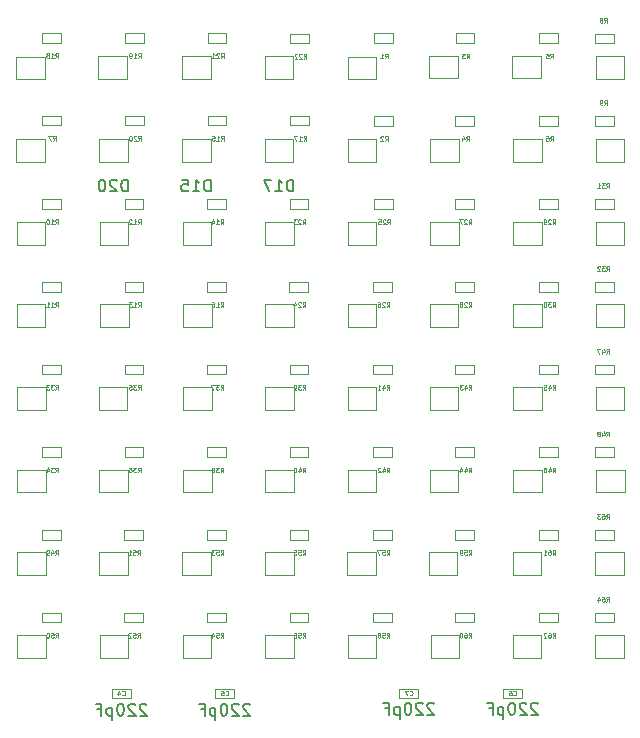
<source format=gbr>
%TF.GenerationSoftware,KiCad,Pcbnew,8.0.5*%
%TF.CreationDate,2025-09-21T17:17:36-10:00*%
%TF.ProjectId,SiPMT.revA,5369504d-542e-4726-9576-412e6b696361,rev?*%
%TF.SameCoordinates,Original*%
%TF.FileFunction,AssemblyDrawing,Bot*%
%FSLAX46Y46*%
G04 Gerber Fmt 4.6, Leading zero omitted, Abs format (unit mm)*
G04 Created by KiCad (PCBNEW 8.0.5) date 2025-09-21 17:17:36*
%MOMM*%
%LPD*%
G01*
G04 APERTURE LIST*
%ADD10C,0.150000*%
%ADD11C,0.060000*%
%ADD12C,0.120000*%
%ADD13C,0.100000*%
G04 APERTURE END LIST*
D10*
X130864285Y-81134819D02*
X130864285Y-80134819D01*
X130864285Y-80134819D02*
X130626190Y-80134819D01*
X130626190Y-80134819D02*
X130483333Y-80182438D01*
X130483333Y-80182438D02*
X130388095Y-80277676D01*
X130388095Y-80277676D02*
X130340476Y-80372914D01*
X130340476Y-80372914D02*
X130292857Y-80563390D01*
X130292857Y-80563390D02*
X130292857Y-80706247D01*
X130292857Y-80706247D02*
X130340476Y-80896723D01*
X130340476Y-80896723D02*
X130388095Y-80991961D01*
X130388095Y-80991961D02*
X130483333Y-81087200D01*
X130483333Y-81087200D02*
X130626190Y-81134819D01*
X130626190Y-81134819D02*
X130864285Y-81134819D01*
X129911904Y-80230057D02*
X129864285Y-80182438D01*
X129864285Y-80182438D02*
X129769047Y-80134819D01*
X129769047Y-80134819D02*
X129530952Y-80134819D01*
X129530952Y-80134819D02*
X129435714Y-80182438D01*
X129435714Y-80182438D02*
X129388095Y-80230057D01*
X129388095Y-80230057D02*
X129340476Y-80325295D01*
X129340476Y-80325295D02*
X129340476Y-80420533D01*
X129340476Y-80420533D02*
X129388095Y-80563390D01*
X129388095Y-80563390D02*
X129959523Y-81134819D01*
X129959523Y-81134819D02*
X129340476Y-81134819D01*
X128721428Y-80134819D02*
X128626190Y-80134819D01*
X128626190Y-80134819D02*
X128530952Y-80182438D01*
X128530952Y-80182438D02*
X128483333Y-80230057D01*
X128483333Y-80230057D02*
X128435714Y-80325295D01*
X128435714Y-80325295D02*
X128388095Y-80515771D01*
X128388095Y-80515771D02*
X128388095Y-80753866D01*
X128388095Y-80753866D02*
X128435714Y-80944342D01*
X128435714Y-80944342D02*
X128483333Y-81039580D01*
X128483333Y-81039580D02*
X128530952Y-81087200D01*
X128530952Y-81087200D02*
X128626190Y-81134819D01*
X128626190Y-81134819D02*
X128721428Y-81134819D01*
X128721428Y-81134819D02*
X128816666Y-81087200D01*
X128816666Y-81087200D02*
X128864285Y-81039580D01*
X128864285Y-81039580D02*
X128911904Y-80944342D01*
X128911904Y-80944342D02*
X128959523Y-80753866D01*
X128959523Y-80753866D02*
X128959523Y-80515771D01*
X128959523Y-80515771D02*
X128911904Y-80325295D01*
X128911904Y-80325295D02*
X128864285Y-80230057D01*
X128864285Y-80230057D02*
X128816666Y-80182438D01*
X128816666Y-80182438D02*
X128721428Y-80134819D01*
X144876785Y-81134819D02*
X144876785Y-80134819D01*
X144876785Y-80134819D02*
X144638690Y-80134819D01*
X144638690Y-80134819D02*
X144495833Y-80182438D01*
X144495833Y-80182438D02*
X144400595Y-80277676D01*
X144400595Y-80277676D02*
X144352976Y-80372914D01*
X144352976Y-80372914D02*
X144305357Y-80563390D01*
X144305357Y-80563390D02*
X144305357Y-80706247D01*
X144305357Y-80706247D02*
X144352976Y-80896723D01*
X144352976Y-80896723D02*
X144400595Y-80991961D01*
X144400595Y-80991961D02*
X144495833Y-81087200D01*
X144495833Y-81087200D02*
X144638690Y-81134819D01*
X144638690Y-81134819D02*
X144876785Y-81134819D01*
X143352976Y-81134819D02*
X143924404Y-81134819D01*
X143638690Y-81134819D02*
X143638690Y-80134819D01*
X143638690Y-80134819D02*
X143733928Y-80277676D01*
X143733928Y-80277676D02*
X143829166Y-80372914D01*
X143829166Y-80372914D02*
X143924404Y-80420533D01*
X143019642Y-80134819D02*
X142352976Y-80134819D01*
X142352976Y-80134819D02*
X142781547Y-81134819D01*
X137864285Y-81134819D02*
X137864285Y-80134819D01*
X137864285Y-80134819D02*
X137626190Y-80134819D01*
X137626190Y-80134819D02*
X137483333Y-80182438D01*
X137483333Y-80182438D02*
X137388095Y-80277676D01*
X137388095Y-80277676D02*
X137340476Y-80372914D01*
X137340476Y-80372914D02*
X137292857Y-80563390D01*
X137292857Y-80563390D02*
X137292857Y-80706247D01*
X137292857Y-80706247D02*
X137340476Y-80896723D01*
X137340476Y-80896723D02*
X137388095Y-80991961D01*
X137388095Y-80991961D02*
X137483333Y-81087200D01*
X137483333Y-81087200D02*
X137626190Y-81134819D01*
X137626190Y-81134819D02*
X137864285Y-81134819D01*
X136340476Y-81134819D02*
X136911904Y-81134819D01*
X136626190Y-81134819D02*
X136626190Y-80134819D01*
X136626190Y-80134819D02*
X136721428Y-80277676D01*
X136721428Y-80277676D02*
X136816666Y-80372914D01*
X136816666Y-80372914D02*
X136911904Y-80420533D01*
X135435714Y-80134819D02*
X135911904Y-80134819D01*
X135911904Y-80134819D02*
X135959523Y-80611009D01*
X135959523Y-80611009D02*
X135911904Y-80563390D01*
X135911904Y-80563390D02*
X135816666Y-80515771D01*
X135816666Y-80515771D02*
X135578571Y-80515771D01*
X135578571Y-80515771D02*
X135483333Y-80563390D01*
X135483333Y-80563390D02*
X135435714Y-80611009D01*
X135435714Y-80611009D02*
X135388095Y-80706247D01*
X135388095Y-80706247D02*
X135388095Y-80944342D01*
X135388095Y-80944342D02*
X135435714Y-81039580D01*
X135435714Y-81039580D02*
X135483333Y-81087200D01*
X135483333Y-81087200D02*
X135578571Y-81134819D01*
X135578571Y-81134819D02*
X135816666Y-81134819D01*
X135816666Y-81134819D02*
X135911904Y-81087200D01*
X135911904Y-81087200D02*
X135959523Y-81039580D01*
D11*
X159541666Y-69861927D02*
X159674999Y-69671451D01*
X159770237Y-69861927D02*
X159770237Y-69461927D01*
X159770237Y-69461927D02*
X159617856Y-69461927D01*
X159617856Y-69461927D02*
X159579761Y-69480975D01*
X159579761Y-69480975D02*
X159560714Y-69500022D01*
X159560714Y-69500022D02*
X159541666Y-69538118D01*
X159541666Y-69538118D02*
X159541666Y-69595260D01*
X159541666Y-69595260D02*
X159560714Y-69633356D01*
X159560714Y-69633356D02*
X159579761Y-69652403D01*
X159579761Y-69652403D02*
X159617856Y-69671451D01*
X159617856Y-69671451D02*
X159770237Y-69671451D01*
X159408333Y-69461927D02*
X159160714Y-69461927D01*
X159160714Y-69461927D02*
X159294047Y-69614308D01*
X159294047Y-69614308D02*
X159236904Y-69614308D01*
X159236904Y-69614308D02*
X159198809Y-69633356D01*
X159198809Y-69633356D02*
X159179761Y-69652403D01*
X159179761Y-69652403D02*
X159160714Y-69690499D01*
X159160714Y-69690499D02*
X159160714Y-69785737D01*
X159160714Y-69785737D02*
X159179761Y-69823832D01*
X159179761Y-69823832D02*
X159198809Y-69842880D01*
X159198809Y-69842880D02*
X159236904Y-69861927D01*
X159236904Y-69861927D02*
X159351190Y-69861927D01*
X159351190Y-69861927D02*
X159389285Y-69842880D01*
X159389285Y-69842880D02*
X159408333Y-69823832D01*
X152629166Y-69861927D02*
X152762499Y-69671451D01*
X152857737Y-69861927D02*
X152857737Y-69461927D01*
X152857737Y-69461927D02*
X152705356Y-69461927D01*
X152705356Y-69461927D02*
X152667261Y-69480975D01*
X152667261Y-69480975D02*
X152648214Y-69500022D01*
X152648214Y-69500022D02*
X152629166Y-69538118D01*
X152629166Y-69538118D02*
X152629166Y-69595260D01*
X152629166Y-69595260D02*
X152648214Y-69633356D01*
X152648214Y-69633356D02*
X152667261Y-69652403D01*
X152667261Y-69652403D02*
X152705356Y-69671451D01*
X152705356Y-69671451D02*
X152857737Y-69671451D01*
X152248214Y-69861927D02*
X152476785Y-69861927D01*
X152362499Y-69861927D02*
X152362499Y-69461927D01*
X152362499Y-69461927D02*
X152400595Y-69519070D01*
X152400595Y-69519070D02*
X152438690Y-69557165D01*
X152438690Y-69557165D02*
X152476785Y-69576213D01*
X145669642Y-111911927D02*
X145802975Y-111721451D01*
X145898213Y-111911927D02*
X145898213Y-111511927D01*
X145898213Y-111511927D02*
X145745832Y-111511927D01*
X145745832Y-111511927D02*
X145707737Y-111530975D01*
X145707737Y-111530975D02*
X145688690Y-111550022D01*
X145688690Y-111550022D02*
X145669642Y-111588118D01*
X145669642Y-111588118D02*
X145669642Y-111645260D01*
X145669642Y-111645260D02*
X145688690Y-111683356D01*
X145688690Y-111683356D02*
X145707737Y-111702403D01*
X145707737Y-111702403D02*
X145745832Y-111721451D01*
X145745832Y-111721451D02*
X145898213Y-111721451D01*
X145307737Y-111511927D02*
X145498213Y-111511927D01*
X145498213Y-111511927D02*
X145517261Y-111702403D01*
X145517261Y-111702403D02*
X145498213Y-111683356D01*
X145498213Y-111683356D02*
X145460118Y-111664308D01*
X145460118Y-111664308D02*
X145364880Y-111664308D01*
X145364880Y-111664308D02*
X145326785Y-111683356D01*
X145326785Y-111683356D02*
X145307737Y-111702403D01*
X145307737Y-111702403D02*
X145288690Y-111740499D01*
X145288690Y-111740499D02*
X145288690Y-111835737D01*
X145288690Y-111835737D02*
X145307737Y-111873832D01*
X145307737Y-111873832D02*
X145326785Y-111892880D01*
X145326785Y-111892880D02*
X145364880Y-111911927D01*
X145364880Y-111911927D02*
X145460118Y-111911927D01*
X145460118Y-111911927D02*
X145498213Y-111892880D01*
X145498213Y-111892880D02*
X145517261Y-111873832D01*
X144926785Y-111511927D02*
X145117261Y-111511927D01*
X145117261Y-111511927D02*
X145136309Y-111702403D01*
X145136309Y-111702403D02*
X145117261Y-111683356D01*
X145117261Y-111683356D02*
X145079166Y-111664308D01*
X145079166Y-111664308D02*
X144983928Y-111664308D01*
X144983928Y-111664308D02*
X144945833Y-111683356D01*
X144945833Y-111683356D02*
X144926785Y-111702403D01*
X144926785Y-111702403D02*
X144907738Y-111740499D01*
X144907738Y-111740499D02*
X144907738Y-111835737D01*
X144907738Y-111835737D02*
X144926785Y-111873832D01*
X144926785Y-111873832D02*
X144945833Y-111892880D01*
X144945833Y-111892880D02*
X144983928Y-111911927D01*
X144983928Y-111911927D02*
X145079166Y-111911927D01*
X145079166Y-111911927D02*
X145117261Y-111892880D01*
X145117261Y-111892880D02*
X145136309Y-111873832D01*
X152769642Y-118911927D02*
X152902975Y-118721451D01*
X152998213Y-118911927D02*
X152998213Y-118511927D01*
X152998213Y-118511927D02*
X152845832Y-118511927D01*
X152845832Y-118511927D02*
X152807737Y-118530975D01*
X152807737Y-118530975D02*
X152788690Y-118550022D01*
X152788690Y-118550022D02*
X152769642Y-118588118D01*
X152769642Y-118588118D02*
X152769642Y-118645260D01*
X152769642Y-118645260D02*
X152788690Y-118683356D01*
X152788690Y-118683356D02*
X152807737Y-118702403D01*
X152807737Y-118702403D02*
X152845832Y-118721451D01*
X152845832Y-118721451D02*
X152998213Y-118721451D01*
X152407737Y-118511927D02*
X152598213Y-118511927D01*
X152598213Y-118511927D02*
X152617261Y-118702403D01*
X152617261Y-118702403D02*
X152598213Y-118683356D01*
X152598213Y-118683356D02*
X152560118Y-118664308D01*
X152560118Y-118664308D02*
X152464880Y-118664308D01*
X152464880Y-118664308D02*
X152426785Y-118683356D01*
X152426785Y-118683356D02*
X152407737Y-118702403D01*
X152407737Y-118702403D02*
X152388690Y-118740499D01*
X152388690Y-118740499D02*
X152388690Y-118835737D01*
X152388690Y-118835737D02*
X152407737Y-118873832D01*
X152407737Y-118873832D02*
X152426785Y-118892880D01*
X152426785Y-118892880D02*
X152464880Y-118911927D01*
X152464880Y-118911927D02*
X152560118Y-118911927D01*
X152560118Y-118911927D02*
X152598213Y-118892880D01*
X152598213Y-118892880D02*
X152617261Y-118873832D01*
X152160119Y-118683356D02*
X152198214Y-118664308D01*
X152198214Y-118664308D02*
X152217261Y-118645260D01*
X152217261Y-118645260D02*
X152236309Y-118607165D01*
X152236309Y-118607165D02*
X152236309Y-118588118D01*
X152236309Y-118588118D02*
X152217261Y-118550022D01*
X152217261Y-118550022D02*
X152198214Y-118530975D01*
X152198214Y-118530975D02*
X152160119Y-118511927D01*
X152160119Y-118511927D02*
X152083928Y-118511927D01*
X152083928Y-118511927D02*
X152045833Y-118530975D01*
X152045833Y-118530975D02*
X152026785Y-118550022D01*
X152026785Y-118550022D02*
X152007738Y-118588118D01*
X152007738Y-118588118D02*
X152007738Y-118607165D01*
X152007738Y-118607165D02*
X152026785Y-118645260D01*
X152026785Y-118645260D02*
X152045833Y-118664308D01*
X152045833Y-118664308D02*
X152083928Y-118683356D01*
X152083928Y-118683356D02*
X152160119Y-118683356D01*
X152160119Y-118683356D02*
X152198214Y-118702403D01*
X152198214Y-118702403D02*
X152217261Y-118721451D01*
X152217261Y-118721451D02*
X152236309Y-118759546D01*
X152236309Y-118759546D02*
X152236309Y-118835737D01*
X152236309Y-118835737D02*
X152217261Y-118873832D01*
X152217261Y-118873832D02*
X152198214Y-118892880D01*
X152198214Y-118892880D02*
X152160119Y-118911927D01*
X152160119Y-118911927D02*
X152083928Y-118911927D01*
X152083928Y-118911927D02*
X152045833Y-118892880D01*
X152045833Y-118892880D02*
X152026785Y-118873832D01*
X152026785Y-118873832D02*
X152007738Y-118835737D01*
X152007738Y-118835737D02*
X152007738Y-118759546D01*
X152007738Y-118759546D02*
X152026785Y-118721451D01*
X152026785Y-118721451D02*
X152045833Y-118702403D01*
X152045833Y-118702403D02*
X152083928Y-118683356D01*
X166629166Y-69861927D02*
X166762499Y-69671451D01*
X166857737Y-69861927D02*
X166857737Y-69461927D01*
X166857737Y-69461927D02*
X166705356Y-69461927D01*
X166705356Y-69461927D02*
X166667261Y-69480975D01*
X166667261Y-69480975D02*
X166648214Y-69500022D01*
X166648214Y-69500022D02*
X166629166Y-69538118D01*
X166629166Y-69538118D02*
X166629166Y-69595260D01*
X166629166Y-69595260D02*
X166648214Y-69633356D01*
X166648214Y-69633356D02*
X166667261Y-69652403D01*
X166667261Y-69652403D02*
X166705356Y-69671451D01*
X166705356Y-69671451D02*
X166857737Y-69671451D01*
X166267261Y-69461927D02*
X166457737Y-69461927D01*
X166457737Y-69461927D02*
X166476785Y-69652403D01*
X166476785Y-69652403D02*
X166457737Y-69633356D01*
X166457737Y-69633356D02*
X166419642Y-69614308D01*
X166419642Y-69614308D02*
X166324404Y-69614308D01*
X166324404Y-69614308D02*
X166286309Y-69633356D01*
X166286309Y-69633356D02*
X166267261Y-69652403D01*
X166267261Y-69652403D02*
X166248214Y-69690499D01*
X166248214Y-69690499D02*
X166248214Y-69785737D01*
X166248214Y-69785737D02*
X166267261Y-69823832D01*
X166267261Y-69823832D02*
X166286309Y-69842880D01*
X166286309Y-69842880D02*
X166324404Y-69861927D01*
X166324404Y-69861927D02*
X166419642Y-69861927D01*
X166419642Y-69861927D02*
X166457737Y-69842880D01*
X166457737Y-69842880D02*
X166476785Y-69823832D01*
X159719642Y-97911927D02*
X159852975Y-97721451D01*
X159948213Y-97911927D02*
X159948213Y-97511927D01*
X159948213Y-97511927D02*
X159795832Y-97511927D01*
X159795832Y-97511927D02*
X159757737Y-97530975D01*
X159757737Y-97530975D02*
X159738690Y-97550022D01*
X159738690Y-97550022D02*
X159719642Y-97588118D01*
X159719642Y-97588118D02*
X159719642Y-97645260D01*
X159719642Y-97645260D02*
X159738690Y-97683356D01*
X159738690Y-97683356D02*
X159757737Y-97702403D01*
X159757737Y-97702403D02*
X159795832Y-97721451D01*
X159795832Y-97721451D02*
X159948213Y-97721451D01*
X159376785Y-97645260D02*
X159376785Y-97911927D01*
X159472023Y-97492880D02*
X159567261Y-97778594D01*
X159567261Y-97778594D02*
X159319642Y-97778594D01*
X159205357Y-97511927D02*
X158957738Y-97511927D01*
X158957738Y-97511927D02*
X159091071Y-97664308D01*
X159091071Y-97664308D02*
X159033928Y-97664308D01*
X159033928Y-97664308D02*
X158995833Y-97683356D01*
X158995833Y-97683356D02*
X158976785Y-97702403D01*
X158976785Y-97702403D02*
X158957738Y-97740499D01*
X158957738Y-97740499D02*
X158957738Y-97835737D01*
X158957738Y-97835737D02*
X158976785Y-97873832D01*
X158976785Y-97873832D02*
X158995833Y-97892880D01*
X158995833Y-97892880D02*
X159033928Y-97911927D01*
X159033928Y-97911927D02*
X159148214Y-97911927D01*
X159148214Y-97911927D02*
X159186309Y-97892880D01*
X159186309Y-97892880D02*
X159205357Y-97873832D01*
X171382142Y-101861927D02*
X171515475Y-101671451D01*
X171610713Y-101861927D02*
X171610713Y-101461927D01*
X171610713Y-101461927D02*
X171458332Y-101461927D01*
X171458332Y-101461927D02*
X171420237Y-101480975D01*
X171420237Y-101480975D02*
X171401190Y-101500022D01*
X171401190Y-101500022D02*
X171382142Y-101538118D01*
X171382142Y-101538118D02*
X171382142Y-101595260D01*
X171382142Y-101595260D02*
X171401190Y-101633356D01*
X171401190Y-101633356D02*
X171420237Y-101652403D01*
X171420237Y-101652403D02*
X171458332Y-101671451D01*
X171458332Y-101671451D02*
X171610713Y-101671451D01*
X171039285Y-101595260D02*
X171039285Y-101861927D01*
X171134523Y-101442880D02*
X171229761Y-101728594D01*
X171229761Y-101728594D02*
X170982142Y-101728594D01*
X170772619Y-101633356D02*
X170810714Y-101614308D01*
X170810714Y-101614308D02*
X170829761Y-101595260D01*
X170829761Y-101595260D02*
X170848809Y-101557165D01*
X170848809Y-101557165D02*
X170848809Y-101538118D01*
X170848809Y-101538118D02*
X170829761Y-101500022D01*
X170829761Y-101500022D02*
X170810714Y-101480975D01*
X170810714Y-101480975D02*
X170772619Y-101461927D01*
X170772619Y-101461927D02*
X170696428Y-101461927D01*
X170696428Y-101461927D02*
X170658333Y-101480975D01*
X170658333Y-101480975D02*
X170639285Y-101500022D01*
X170639285Y-101500022D02*
X170620238Y-101538118D01*
X170620238Y-101538118D02*
X170620238Y-101557165D01*
X170620238Y-101557165D02*
X170639285Y-101595260D01*
X170639285Y-101595260D02*
X170658333Y-101614308D01*
X170658333Y-101614308D02*
X170696428Y-101633356D01*
X170696428Y-101633356D02*
X170772619Y-101633356D01*
X170772619Y-101633356D02*
X170810714Y-101652403D01*
X170810714Y-101652403D02*
X170829761Y-101671451D01*
X170829761Y-101671451D02*
X170848809Y-101709546D01*
X170848809Y-101709546D02*
X170848809Y-101785737D01*
X170848809Y-101785737D02*
X170829761Y-101823832D01*
X170829761Y-101823832D02*
X170810714Y-101842880D01*
X170810714Y-101842880D02*
X170772619Y-101861927D01*
X170772619Y-101861927D02*
X170696428Y-101861927D01*
X170696428Y-101861927D02*
X170658333Y-101842880D01*
X170658333Y-101842880D02*
X170639285Y-101823832D01*
X170639285Y-101823832D02*
X170620238Y-101785737D01*
X170620238Y-101785737D02*
X170620238Y-101709546D01*
X170620238Y-101709546D02*
X170639285Y-101671451D01*
X170639285Y-101671451D02*
X170658333Y-101652403D01*
X170658333Y-101652403D02*
X170696428Y-101633356D01*
D10*
X132431547Y-124610057D02*
X132383928Y-124562438D01*
X132383928Y-124562438D02*
X132288690Y-124514819D01*
X132288690Y-124514819D02*
X132050595Y-124514819D01*
X132050595Y-124514819D02*
X131955357Y-124562438D01*
X131955357Y-124562438D02*
X131907738Y-124610057D01*
X131907738Y-124610057D02*
X131860119Y-124705295D01*
X131860119Y-124705295D02*
X131860119Y-124800533D01*
X131860119Y-124800533D02*
X131907738Y-124943390D01*
X131907738Y-124943390D02*
X132479166Y-125514819D01*
X132479166Y-125514819D02*
X131860119Y-125514819D01*
X131479166Y-124610057D02*
X131431547Y-124562438D01*
X131431547Y-124562438D02*
X131336309Y-124514819D01*
X131336309Y-124514819D02*
X131098214Y-124514819D01*
X131098214Y-124514819D02*
X131002976Y-124562438D01*
X131002976Y-124562438D02*
X130955357Y-124610057D01*
X130955357Y-124610057D02*
X130907738Y-124705295D01*
X130907738Y-124705295D02*
X130907738Y-124800533D01*
X130907738Y-124800533D02*
X130955357Y-124943390D01*
X130955357Y-124943390D02*
X131526785Y-125514819D01*
X131526785Y-125514819D02*
X130907738Y-125514819D01*
X130288690Y-124514819D02*
X130193452Y-124514819D01*
X130193452Y-124514819D02*
X130098214Y-124562438D01*
X130098214Y-124562438D02*
X130050595Y-124610057D01*
X130050595Y-124610057D02*
X130002976Y-124705295D01*
X130002976Y-124705295D02*
X129955357Y-124895771D01*
X129955357Y-124895771D02*
X129955357Y-125133866D01*
X129955357Y-125133866D02*
X130002976Y-125324342D01*
X130002976Y-125324342D02*
X130050595Y-125419580D01*
X130050595Y-125419580D02*
X130098214Y-125467200D01*
X130098214Y-125467200D02*
X130193452Y-125514819D01*
X130193452Y-125514819D02*
X130288690Y-125514819D01*
X130288690Y-125514819D02*
X130383928Y-125467200D01*
X130383928Y-125467200D02*
X130431547Y-125419580D01*
X130431547Y-125419580D02*
X130479166Y-125324342D01*
X130479166Y-125324342D02*
X130526785Y-125133866D01*
X130526785Y-125133866D02*
X130526785Y-124895771D01*
X130526785Y-124895771D02*
X130479166Y-124705295D01*
X130479166Y-124705295D02*
X130431547Y-124610057D01*
X130431547Y-124610057D02*
X130383928Y-124562438D01*
X130383928Y-124562438D02*
X130288690Y-124514819D01*
X129526785Y-124848152D02*
X129526785Y-125848152D01*
X129526785Y-124895771D02*
X129431547Y-124848152D01*
X129431547Y-124848152D02*
X129241071Y-124848152D01*
X129241071Y-124848152D02*
X129145833Y-124895771D01*
X129145833Y-124895771D02*
X129098214Y-124943390D01*
X129098214Y-124943390D02*
X129050595Y-125038628D01*
X129050595Y-125038628D02*
X129050595Y-125324342D01*
X129050595Y-125324342D02*
X129098214Y-125419580D01*
X129098214Y-125419580D02*
X129145833Y-125467200D01*
X129145833Y-125467200D02*
X129241071Y-125514819D01*
X129241071Y-125514819D02*
X129431547Y-125514819D01*
X129431547Y-125514819D02*
X129526785Y-125467200D01*
X128288690Y-124991009D02*
X128622023Y-124991009D01*
X128622023Y-125514819D02*
X128622023Y-124514819D01*
X128622023Y-124514819D02*
X128145833Y-124514819D01*
D11*
X130379166Y-123773832D02*
X130398214Y-123792880D01*
X130398214Y-123792880D02*
X130455356Y-123811927D01*
X130455356Y-123811927D02*
X130493452Y-123811927D01*
X130493452Y-123811927D02*
X130550595Y-123792880D01*
X130550595Y-123792880D02*
X130588690Y-123754784D01*
X130588690Y-123754784D02*
X130607737Y-123716689D01*
X130607737Y-123716689D02*
X130626785Y-123640499D01*
X130626785Y-123640499D02*
X130626785Y-123583356D01*
X130626785Y-123583356D02*
X130607737Y-123507165D01*
X130607737Y-123507165D02*
X130588690Y-123469070D01*
X130588690Y-123469070D02*
X130550595Y-123430975D01*
X130550595Y-123430975D02*
X130493452Y-123411927D01*
X130493452Y-123411927D02*
X130455356Y-123411927D01*
X130455356Y-123411927D02*
X130398214Y-123430975D01*
X130398214Y-123430975D02*
X130379166Y-123450022D01*
X130036309Y-123545260D02*
X130036309Y-123811927D01*
X130131547Y-123392880D02*
X130226785Y-123678594D01*
X130226785Y-123678594D02*
X129979166Y-123678594D01*
X145657142Y-90911927D02*
X145790475Y-90721451D01*
X145885713Y-90911927D02*
X145885713Y-90511927D01*
X145885713Y-90511927D02*
X145733332Y-90511927D01*
X145733332Y-90511927D02*
X145695237Y-90530975D01*
X145695237Y-90530975D02*
X145676190Y-90550022D01*
X145676190Y-90550022D02*
X145657142Y-90588118D01*
X145657142Y-90588118D02*
X145657142Y-90645260D01*
X145657142Y-90645260D02*
X145676190Y-90683356D01*
X145676190Y-90683356D02*
X145695237Y-90702403D01*
X145695237Y-90702403D02*
X145733332Y-90721451D01*
X145733332Y-90721451D02*
X145885713Y-90721451D01*
X145504761Y-90550022D02*
X145485713Y-90530975D01*
X145485713Y-90530975D02*
X145447618Y-90511927D01*
X145447618Y-90511927D02*
X145352380Y-90511927D01*
X145352380Y-90511927D02*
X145314285Y-90530975D01*
X145314285Y-90530975D02*
X145295237Y-90550022D01*
X145295237Y-90550022D02*
X145276190Y-90588118D01*
X145276190Y-90588118D02*
X145276190Y-90626213D01*
X145276190Y-90626213D02*
X145295237Y-90683356D01*
X145295237Y-90683356D02*
X145523809Y-90911927D01*
X145523809Y-90911927D02*
X145276190Y-90911927D01*
X144933333Y-90645260D02*
X144933333Y-90911927D01*
X145028571Y-90492880D02*
X145123809Y-90778594D01*
X145123809Y-90778594D02*
X144876190Y-90778594D01*
X138719642Y-90911927D02*
X138852975Y-90721451D01*
X138948213Y-90911927D02*
X138948213Y-90511927D01*
X138948213Y-90511927D02*
X138795832Y-90511927D01*
X138795832Y-90511927D02*
X138757737Y-90530975D01*
X138757737Y-90530975D02*
X138738690Y-90550022D01*
X138738690Y-90550022D02*
X138719642Y-90588118D01*
X138719642Y-90588118D02*
X138719642Y-90645260D01*
X138719642Y-90645260D02*
X138738690Y-90683356D01*
X138738690Y-90683356D02*
X138757737Y-90702403D01*
X138757737Y-90702403D02*
X138795832Y-90721451D01*
X138795832Y-90721451D02*
X138948213Y-90721451D01*
X138338690Y-90911927D02*
X138567261Y-90911927D01*
X138452975Y-90911927D02*
X138452975Y-90511927D01*
X138452975Y-90511927D02*
X138491071Y-90569070D01*
X138491071Y-90569070D02*
X138529166Y-90607165D01*
X138529166Y-90607165D02*
X138567261Y-90626213D01*
X137995833Y-90511927D02*
X138072023Y-90511927D01*
X138072023Y-90511927D02*
X138110119Y-90530975D01*
X138110119Y-90530975D02*
X138129166Y-90550022D01*
X138129166Y-90550022D02*
X138167261Y-90607165D01*
X138167261Y-90607165D02*
X138186309Y-90683356D01*
X138186309Y-90683356D02*
X138186309Y-90835737D01*
X138186309Y-90835737D02*
X138167261Y-90873832D01*
X138167261Y-90873832D02*
X138148214Y-90892880D01*
X138148214Y-90892880D02*
X138110119Y-90911927D01*
X138110119Y-90911927D02*
X138033928Y-90911927D01*
X138033928Y-90911927D02*
X137995833Y-90892880D01*
X137995833Y-90892880D02*
X137976785Y-90873832D01*
X137976785Y-90873832D02*
X137957738Y-90835737D01*
X137957738Y-90835737D02*
X137957738Y-90740499D01*
X137957738Y-90740499D02*
X137976785Y-90702403D01*
X137976785Y-90702403D02*
X137995833Y-90683356D01*
X137995833Y-90683356D02*
X138033928Y-90664308D01*
X138033928Y-90664308D02*
X138110119Y-90664308D01*
X138110119Y-90664308D02*
X138148214Y-90683356D01*
X138148214Y-90683356D02*
X138167261Y-90702403D01*
X138167261Y-90702403D02*
X138186309Y-90740499D01*
X138732142Y-69836927D02*
X138865475Y-69646451D01*
X138960713Y-69836927D02*
X138960713Y-69436927D01*
X138960713Y-69436927D02*
X138808332Y-69436927D01*
X138808332Y-69436927D02*
X138770237Y-69455975D01*
X138770237Y-69455975D02*
X138751190Y-69475022D01*
X138751190Y-69475022D02*
X138732142Y-69513118D01*
X138732142Y-69513118D02*
X138732142Y-69570260D01*
X138732142Y-69570260D02*
X138751190Y-69608356D01*
X138751190Y-69608356D02*
X138770237Y-69627403D01*
X138770237Y-69627403D02*
X138808332Y-69646451D01*
X138808332Y-69646451D02*
X138960713Y-69646451D01*
X138579761Y-69475022D02*
X138560713Y-69455975D01*
X138560713Y-69455975D02*
X138522618Y-69436927D01*
X138522618Y-69436927D02*
X138427380Y-69436927D01*
X138427380Y-69436927D02*
X138389285Y-69455975D01*
X138389285Y-69455975D02*
X138370237Y-69475022D01*
X138370237Y-69475022D02*
X138351190Y-69513118D01*
X138351190Y-69513118D02*
X138351190Y-69551213D01*
X138351190Y-69551213D02*
X138370237Y-69608356D01*
X138370237Y-69608356D02*
X138598809Y-69836927D01*
X138598809Y-69836927D02*
X138351190Y-69836927D01*
X137970238Y-69836927D02*
X138198809Y-69836927D01*
X138084523Y-69836927D02*
X138084523Y-69436927D01*
X138084523Y-69436927D02*
X138122619Y-69494070D01*
X138122619Y-69494070D02*
X138160714Y-69532165D01*
X138160714Y-69532165D02*
X138198809Y-69551213D01*
X152769642Y-111911927D02*
X152902975Y-111721451D01*
X152998213Y-111911927D02*
X152998213Y-111511927D01*
X152998213Y-111511927D02*
X152845832Y-111511927D01*
X152845832Y-111511927D02*
X152807737Y-111530975D01*
X152807737Y-111530975D02*
X152788690Y-111550022D01*
X152788690Y-111550022D02*
X152769642Y-111588118D01*
X152769642Y-111588118D02*
X152769642Y-111645260D01*
X152769642Y-111645260D02*
X152788690Y-111683356D01*
X152788690Y-111683356D02*
X152807737Y-111702403D01*
X152807737Y-111702403D02*
X152845832Y-111721451D01*
X152845832Y-111721451D02*
X152998213Y-111721451D01*
X152407737Y-111511927D02*
X152598213Y-111511927D01*
X152598213Y-111511927D02*
X152617261Y-111702403D01*
X152617261Y-111702403D02*
X152598213Y-111683356D01*
X152598213Y-111683356D02*
X152560118Y-111664308D01*
X152560118Y-111664308D02*
X152464880Y-111664308D01*
X152464880Y-111664308D02*
X152426785Y-111683356D01*
X152426785Y-111683356D02*
X152407737Y-111702403D01*
X152407737Y-111702403D02*
X152388690Y-111740499D01*
X152388690Y-111740499D02*
X152388690Y-111835737D01*
X152388690Y-111835737D02*
X152407737Y-111873832D01*
X152407737Y-111873832D02*
X152426785Y-111892880D01*
X152426785Y-111892880D02*
X152464880Y-111911927D01*
X152464880Y-111911927D02*
X152560118Y-111911927D01*
X152560118Y-111911927D02*
X152598213Y-111892880D01*
X152598213Y-111892880D02*
X152617261Y-111873832D01*
X152255357Y-111511927D02*
X151988690Y-111511927D01*
X151988690Y-111511927D02*
X152160119Y-111911927D01*
X124541666Y-76836927D02*
X124674999Y-76646451D01*
X124770237Y-76836927D02*
X124770237Y-76436927D01*
X124770237Y-76436927D02*
X124617856Y-76436927D01*
X124617856Y-76436927D02*
X124579761Y-76455975D01*
X124579761Y-76455975D02*
X124560714Y-76475022D01*
X124560714Y-76475022D02*
X124541666Y-76513118D01*
X124541666Y-76513118D02*
X124541666Y-76570260D01*
X124541666Y-76570260D02*
X124560714Y-76608356D01*
X124560714Y-76608356D02*
X124579761Y-76627403D01*
X124579761Y-76627403D02*
X124617856Y-76646451D01*
X124617856Y-76646451D02*
X124770237Y-76646451D01*
X124408333Y-76436927D02*
X124141666Y-76436927D01*
X124141666Y-76436927D02*
X124313095Y-76836927D01*
X171191666Y-66836927D02*
X171324999Y-66646451D01*
X171420237Y-66836927D02*
X171420237Y-66436927D01*
X171420237Y-66436927D02*
X171267856Y-66436927D01*
X171267856Y-66436927D02*
X171229761Y-66455975D01*
X171229761Y-66455975D02*
X171210714Y-66475022D01*
X171210714Y-66475022D02*
X171191666Y-66513118D01*
X171191666Y-66513118D02*
X171191666Y-66570260D01*
X171191666Y-66570260D02*
X171210714Y-66608356D01*
X171210714Y-66608356D02*
X171229761Y-66627403D01*
X171229761Y-66627403D02*
X171267856Y-66646451D01*
X171267856Y-66646451D02*
X171420237Y-66646451D01*
X170963095Y-66608356D02*
X171001190Y-66589308D01*
X171001190Y-66589308D02*
X171020237Y-66570260D01*
X171020237Y-66570260D02*
X171039285Y-66532165D01*
X171039285Y-66532165D02*
X171039285Y-66513118D01*
X171039285Y-66513118D02*
X171020237Y-66475022D01*
X171020237Y-66475022D02*
X171001190Y-66455975D01*
X171001190Y-66455975D02*
X170963095Y-66436927D01*
X170963095Y-66436927D02*
X170886904Y-66436927D01*
X170886904Y-66436927D02*
X170848809Y-66455975D01*
X170848809Y-66455975D02*
X170829761Y-66475022D01*
X170829761Y-66475022D02*
X170810714Y-66513118D01*
X170810714Y-66513118D02*
X170810714Y-66532165D01*
X170810714Y-66532165D02*
X170829761Y-66570260D01*
X170829761Y-66570260D02*
X170848809Y-66589308D01*
X170848809Y-66589308D02*
X170886904Y-66608356D01*
X170886904Y-66608356D02*
X170963095Y-66608356D01*
X170963095Y-66608356D02*
X171001190Y-66627403D01*
X171001190Y-66627403D02*
X171020237Y-66646451D01*
X171020237Y-66646451D02*
X171039285Y-66684546D01*
X171039285Y-66684546D02*
X171039285Y-66760737D01*
X171039285Y-66760737D02*
X171020237Y-66798832D01*
X171020237Y-66798832D02*
X171001190Y-66817880D01*
X171001190Y-66817880D02*
X170963095Y-66836927D01*
X170963095Y-66836927D02*
X170886904Y-66836927D01*
X170886904Y-66836927D02*
X170848809Y-66817880D01*
X170848809Y-66817880D02*
X170829761Y-66798832D01*
X170829761Y-66798832D02*
X170810714Y-66760737D01*
X170810714Y-66760737D02*
X170810714Y-66684546D01*
X170810714Y-66684546D02*
X170829761Y-66646451D01*
X170829761Y-66646451D02*
X170848809Y-66627403D01*
X170848809Y-66627403D02*
X170886904Y-66608356D01*
X131669642Y-118911927D02*
X131802975Y-118721451D01*
X131898213Y-118911927D02*
X131898213Y-118511927D01*
X131898213Y-118511927D02*
X131745832Y-118511927D01*
X131745832Y-118511927D02*
X131707737Y-118530975D01*
X131707737Y-118530975D02*
X131688690Y-118550022D01*
X131688690Y-118550022D02*
X131669642Y-118588118D01*
X131669642Y-118588118D02*
X131669642Y-118645260D01*
X131669642Y-118645260D02*
X131688690Y-118683356D01*
X131688690Y-118683356D02*
X131707737Y-118702403D01*
X131707737Y-118702403D02*
X131745832Y-118721451D01*
X131745832Y-118721451D02*
X131898213Y-118721451D01*
X131307737Y-118511927D02*
X131498213Y-118511927D01*
X131498213Y-118511927D02*
X131517261Y-118702403D01*
X131517261Y-118702403D02*
X131498213Y-118683356D01*
X131498213Y-118683356D02*
X131460118Y-118664308D01*
X131460118Y-118664308D02*
X131364880Y-118664308D01*
X131364880Y-118664308D02*
X131326785Y-118683356D01*
X131326785Y-118683356D02*
X131307737Y-118702403D01*
X131307737Y-118702403D02*
X131288690Y-118740499D01*
X131288690Y-118740499D02*
X131288690Y-118835737D01*
X131288690Y-118835737D02*
X131307737Y-118873832D01*
X131307737Y-118873832D02*
X131326785Y-118892880D01*
X131326785Y-118892880D02*
X131364880Y-118911927D01*
X131364880Y-118911927D02*
X131460118Y-118911927D01*
X131460118Y-118911927D02*
X131498213Y-118892880D01*
X131498213Y-118892880D02*
X131517261Y-118873832D01*
X131136309Y-118550022D02*
X131117261Y-118530975D01*
X131117261Y-118530975D02*
X131079166Y-118511927D01*
X131079166Y-118511927D02*
X130983928Y-118511927D01*
X130983928Y-118511927D02*
X130945833Y-118530975D01*
X130945833Y-118530975D02*
X130926785Y-118550022D01*
X130926785Y-118550022D02*
X130907738Y-118588118D01*
X130907738Y-118588118D02*
X130907738Y-118626213D01*
X130907738Y-118626213D02*
X130926785Y-118683356D01*
X130926785Y-118683356D02*
X131155357Y-118911927D01*
X131155357Y-118911927D02*
X130907738Y-118911927D01*
X145669642Y-83911927D02*
X145802975Y-83721451D01*
X145898213Y-83911927D02*
X145898213Y-83511927D01*
X145898213Y-83511927D02*
X145745832Y-83511927D01*
X145745832Y-83511927D02*
X145707737Y-83530975D01*
X145707737Y-83530975D02*
X145688690Y-83550022D01*
X145688690Y-83550022D02*
X145669642Y-83588118D01*
X145669642Y-83588118D02*
X145669642Y-83645260D01*
X145669642Y-83645260D02*
X145688690Y-83683356D01*
X145688690Y-83683356D02*
X145707737Y-83702403D01*
X145707737Y-83702403D02*
X145745832Y-83721451D01*
X145745832Y-83721451D02*
X145898213Y-83721451D01*
X145517261Y-83550022D02*
X145498213Y-83530975D01*
X145498213Y-83530975D02*
X145460118Y-83511927D01*
X145460118Y-83511927D02*
X145364880Y-83511927D01*
X145364880Y-83511927D02*
X145326785Y-83530975D01*
X145326785Y-83530975D02*
X145307737Y-83550022D01*
X145307737Y-83550022D02*
X145288690Y-83588118D01*
X145288690Y-83588118D02*
X145288690Y-83626213D01*
X145288690Y-83626213D02*
X145307737Y-83683356D01*
X145307737Y-83683356D02*
X145536309Y-83911927D01*
X145536309Y-83911927D02*
X145288690Y-83911927D01*
X145155357Y-83511927D02*
X144907738Y-83511927D01*
X144907738Y-83511927D02*
X145041071Y-83664308D01*
X145041071Y-83664308D02*
X144983928Y-83664308D01*
X144983928Y-83664308D02*
X144945833Y-83683356D01*
X144945833Y-83683356D02*
X144926785Y-83702403D01*
X144926785Y-83702403D02*
X144907738Y-83740499D01*
X144907738Y-83740499D02*
X144907738Y-83835737D01*
X144907738Y-83835737D02*
X144926785Y-83873832D01*
X144926785Y-83873832D02*
X144945833Y-83892880D01*
X144945833Y-83892880D02*
X144983928Y-83911927D01*
X144983928Y-83911927D02*
X145098214Y-83911927D01*
X145098214Y-83911927D02*
X145136309Y-83892880D01*
X145136309Y-83892880D02*
X145155357Y-83873832D01*
X145732142Y-76836927D02*
X145865475Y-76646451D01*
X145960713Y-76836927D02*
X145960713Y-76436927D01*
X145960713Y-76436927D02*
X145808332Y-76436927D01*
X145808332Y-76436927D02*
X145770237Y-76455975D01*
X145770237Y-76455975D02*
X145751190Y-76475022D01*
X145751190Y-76475022D02*
X145732142Y-76513118D01*
X145732142Y-76513118D02*
X145732142Y-76570260D01*
X145732142Y-76570260D02*
X145751190Y-76608356D01*
X145751190Y-76608356D02*
X145770237Y-76627403D01*
X145770237Y-76627403D02*
X145808332Y-76646451D01*
X145808332Y-76646451D02*
X145960713Y-76646451D01*
X145351190Y-76836927D02*
X145579761Y-76836927D01*
X145465475Y-76836927D02*
X145465475Y-76436927D01*
X145465475Y-76436927D02*
X145503571Y-76494070D01*
X145503571Y-76494070D02*
X145541666Y-76532165D01*
X145541666Y-76532165D02*
X145579761Y-76551213D01*
X145217857Y-76436927D02*
X144951190Y-76436927D01*
X144951190Y-76436927D02*
X145122619Y-76836927D01*
X131732142Y-76836927D02*
X131865475Y-76646451D01*
X131960713Y-76836927D02*
X131960713Y-76436927D01*
X131960713Y-76436927D02*
X131808332Y-76436927D01*
X131808332Y-76436927D02*
X131770237Y-76455975D01*
X131770237Y-76455975D02*
X131751190Y-76475022D01*
X131751190Y-76475022D02*
X131732142Y-76513118D01*
X131732142Y-76513118D02*
X131732142Y-76570260D01*
X131732142Y-76570260D02*
X131751190Y-76608356D01*
X131751190Y-76608356D02*
X131770237Y-76627403D01*
X131770237Y-76627403D02*
X131808332Y-76646451D01*
X131808332Y-76646451D02*
X131960713Y-76646451D01*
X131579761Y-76475022D02*
X131560713Y-76455975D01*
X131560713Y-76455975D02*
X131522618Y-76436927D01*
X131522618Y-76436927D02*
X131427380Y-76436927D01*
X131427380Y-76436927D02*
X131389285Y-76455975D01*
X131389285Y-76455975D02*
X131370237Y-76475022D01*
X131370237Y-76475022D02*
X131351190Y-76513118D01*
X131351190Y-76513118D02*
X131351190Y-76551213D01*
X131351190Y-76551213D02*
X131370237Y-76608356D01*
X131370237Y-76608356D02*
X131598809Y-76836927D01*
X131598809Y-76836927D02*
X131351190Y-76836927D01*
X131103571Y-76436927D02*
X131065476Y-76436927D01*
X131065476Y-76436927D02*
X131027380Y-76455975D01*
X131027380Y-76455975D02*
X131008333Y-76475022D01*
X131008333Y-76475022D02*
X130989285Y-76513118D01*
X130989285Y-76513118D02*
X130970238Y-76589308D01*
X130970238Y-76589308D02*
X130970238Y-76684546D01*
X130970238Y-76684546D02*
X130989285Y-76760737D01*
X130989285Y-76760737D02*
X131008333Y-76798832D01*
X131008333Y-76798832D02*
X131027380Y-76817880D01*
X131027380Y-76817880D02*
X131065476Y-76836927D01*
X131065476Y-76836927D02*
X131103571Y-76836927D01*
X131103571Y-76836927D02*
X131141666Y-76817880D01*
X131141666Y-76817880D02*
X131160714Y-76798832D01*
X131160714Y-76798832D02*
X131179761Y-76760737D01*
X131179761Y-76760737D02*
X131198809Y-76684546D01*
X131198809Y-76684546D02*
X131198809Y-76589308D01*
X131198809Y-76589308D02*
X131179761Y-76513118D01*
X131179761Y-76513118D02*
X131160714Y-76475022D01*
X131160714Y-76475022D02*
X131141666Y-76455975D01*
X131141666Y-76455975D02*
X131103571Y-76436927D01*
X138719642Y-104911927D02*
X138852975Y-104721451D01*
X138948213Y-104911927D02*
X138948213Y-104511927D01*
X138948213Y-104511927D02*
X138795832Y-104511927D01*
X138795832Y-104511927D02*
X138757737Y-104530975D01*
X138757737Y-104530975D02*
X138738690Y-104550022D01*
X138738690Y-104550022D02*
X138719642Y-104588118D01*
X138719642Y-104588118D02*
X138719642Y-104645260D01*
X138719642Y-104645260D02*
X138738690Y-104683356D01*
X138738690Y-104683356D02*
X138757737Y-104702403D01*
X138757737Y-104702403D02*
X138795832Y-104721451D01*
X138795832Y-104721451D02*
X138948213Y-104721451D01*
X138586309Y-104511927D02*
X138338690Y-104511927D01*
X138338690Y-104511927D02*
X138472023Y-104664308D01*
X138472023Y-104664308D02*
X138414880Y-104664308D01*
X138414880Y-104664308D02*
X138376785Y-104683356D01*
X138376785Y-104683356D02*
X138357737Y-104702403D01*
X138357737Y-104702403D02*
X138338690Y-104740499D01*
X138338690Y-104740499D02*
X138338690Y-104835737D01*
X138338690Y-104835737D02*
X138357737Y-104873832D01*
X138357737Y-104873832D02*
X138376785Y-104892880D01*
X138376785Y-104892880D02*
X138414880Y-104911927D01*
X138414880Y-104911927D02*
X138529166Y-104911927D01*
X138529166Y-104911927D02*
X138567261Y-104892880D01*
X138567261Y-104892880D02*
X138586309Y-104873832D01*
X138110119Y-104683356D02*
X138148214Y-104664308D01*
X138148214Y-104664308D02*
X138167261Y-104645260D01*
X138167261Y-104645260D02*
X138186309Y-104607165D01*
X138186309Y-104607165D02*
X138186309Y-104588118D01*
X138186309Y-104588118D02*
X138167261Y-104550022D01*
X138167261Y-104550022D02*
X138148214Y-104530975D01*
X138148214Y-104530975D02*
X138110119Y-104511927D01*
X138110119Y-104511927D02*
X138033928Y-104511927D01*
X138033928Y-104511927D02*
X137995833Y-104530975D01*
X137995833Y-104530975D02*
X137976785Y-104550022D01*
X137976785Y-104550022D02*
X137957738Y-104588118D01*
X137957738Y-104588118D02*
X137957738Y-104607165D01*
X137957738Y-104607165D02*
X137976785Y-104645260D01*
X137976785Y-104645260D02*
X137995833Y-104664308D01*
X137995833Y-104664308D02*
X138033928Y-104683356D01*
X138033928Y-104683356D02*
X138110119Y-104683356D01*
X138110119Y-104683356D02*
X138148214Y-104702403D01*
X138148214Y-104702403D02*
X138167261Y-104721451D01*
X138167261Y-104721451D02*
X138186309Y-104759546D01*
X138186309Y-104759546D02*
X138186309Y-104835737D01*
X138186309Y-104835737D02*
X138167261Y-104873832D01*
X138167261Y-104873832D02*
X138148214Y-104892880D01*
X138148214Y-104892880D02*
X138110119Y-104911927D01*
X138110119Y-104911927D02*
X138033928Y-104911927D01*
X138033928Y-104911927D02*
X137995833Y-104892880D01*
X137995833Y-104892880D02*
X137976785Y-104873832D01*
X137976785Y-104873832D02*
X137957738Y-104835737D01*
X137957738Y-104835737D02*
X137957738Y-104759546D01*
X137957738Y-104759546D02*
X137976785Y-104721451D01*
X137976785Y-104721451D02*
X137995833Y-104702403D01*
X137995833Y-104702403D02*
X138033928Y-104683356D01*
X145732142Y-69886927D02*
X145865475Y-69696451D01*
X145960713Y-69886927D02*
X145960713Y-69486927D01*
X145960713Y-69486927D02*
X145808332Y-69486927D01*
X145808332Y-69486927D02*
X145770237Y-69505975D01*
X145770237Y-69505975D02*
X145751190Y-69525022D01*
X145751190Y-69525022D02*
X145732142Y-69563118D01*
X145732142Y-69563118D02*
X145732142Y-69620260D01*
X145732142Y-69620260D02*
X145751190Y-69658356D01*
X145751190Y-69658356D02*
X145770237Y-69677403D01*
X145770237Y-69677403D02*
X145808332Y-69696451D01*
X145808332Y-69696451D02*
X145960713Y-69696451D01*
X145579761Y-69525022D02*
X145560713Y-69505975D01*
X145560713Y-69505975D02*
X145522618Y-69486927D01*
X145522618Y-69486927D02*
X145427380Y-69486927D01*
X145427380Y-69486927D02*
X145389285Y-69505975D01*
X145389285Y-69505975D02*
X145370237Y-69525022D01*
X145370237Y-69525022D02*
X145351190Y-69563118D01*
X145351190Y-69563118D02*
X145351190Y-69601213D01*
X145351190Y-69601213D02*
X145370237Y-69658356D01*
X145370237Y-69658356D02*
X145598809Y-69886927D01*
X145598809Y-69886927D02*
X145351190Y-69886927D01*
X145198809Y-69525022D02*
X145179761Y-69505975D01*
X145179761Y-69505975D02*
X145141666Y-69486927D01*
X145141666Y-69486927D02*
X145046428Y-69486927D01*
X145046428Y-69486927D02*
X145008333Y-69505975D01*
X145008333Y-69505975D02*
X144989285Y-69525022D01*
X144989285Y-69525022D02*
X144970238Y-69563118D01*
X144970238Y-69563118D02*
X144970238Y-69601213D01*
X144970238Y-69601213D02*
X144989285Y-69658356D01*
X144989285Y-69658356D02*
X145217857Y-69886927D01*
X145217857Y-69886927D02*
X144970238Y-69886927D01*
X166819642Y-104911927D02*
X166952975Y-104721451D01*
X167048213Y-104911927D02*
X167048213Y-104511927D01*
X167048213Y-104511927D02*
X166895832Y-104511927D01*
X166895832Y-104511927D02*
X166857737Y-104530975D01*
X166857737Y-104530975D02*
X166838690Y-104550022D01*
X166838690Y-104550022D02*
X166819642Y-104588118D01*
X166819642Y-104588118D02*
X166819642Y-104645260D01*
X166819642Y-104645260D02*
X166838690Y-104683356D01*
X166838690Y-104683356D02*
X166857737Y-104702403D01*
X166857737Y-104702403D02*
X166895832Y-104721451D01*
X166895832Y-104721451D02*
X167048213Y-104721451D01*
X166476785Y-104645260D02*
X166476785Y-104911927D01*
X166572023Y-104492880D02*
X166667261Y-104778594D01*
X166667261Y-104778594D02*
X166419642Y-104778594D01*
X166095833Y-104511927D02*
X166172023Y-104511927D01*
X166172023Y-104511927D02*
X166210119Y-104530975D01*
X166210119Y-104530975D02*
X166229166Y-104550022D01*
X166229166Y-104550022D02*
X166267261Y-104607165D01*
X166267261Y-104607165D02*
X166286309Y-104683356D01*
X166286309Y-104683356D02*
X166286309Y-104835737D01*
X166286309Y-104835737D02*
X166267261Y-104873832D01*
X166267261Y-104873832D02*
X166248214Y-104892880D01*
X166248214Y-104892880D02*
X166210119Y-104911927D01*
X166210119Y-104911927D02*
X166133928Y-104911927D01*
X166133928Y-104911927D02*
X166095833Y-104892880D01*
X166095833Y-104892880D02*
X166076785Y-104873832D01*
X166076785Y-104873832D02*
X166057738Y-104835737D01*
X166057738Y-104835737D02*
X166057738Y-104740499D01*
X166057738Y-104740499D02*
X166076785Y-104702403D01*
X166076785Y-104702403D02*
X166095833Y-104683356D01*
X166095833Y-104683356D02*
X166133928Y-104664308D01*
X166133928Y-104664308D02*
X166210119Y-104664308D01*
X166210119Y-104664308D02*
X166248214Y-104683356D01*
X166248214Y-104683356D02*
X166267261Y-104702403D01*
X166267261Y-104702403D02*
X166286309Y-104740499D01*
D10*
X156769047Y-124530057D02*
X156721428Y-124482438D01*
X156721428Y-124482438D02*
X156626190Y-124434819D01*
X156626190Y-124434819D02*
X156388095Y-124434819D01*
X156388095Y-124434819D02*
X156292857Y-124482438D01*
X156292857Y-124482438D02*
X156245238Y-124530057D01*
X156245238Y-124530057D02*
X156197619Y-124625295D01*
X156197619Y-124625295D02*
X156197619Y-124720533D01*
X156197619Y-124720533D02*
X156245238Y-124863390D01*
X156245238Y-124863390D02*
X156816666Y-125434819D01*
X156816666Y-125434819D02*
X156197619Y-125434819D01*
X155816666Y-124530057D02*
X155769047Y-124482438D01*
X155769047Y-124482438D02*
X155673809Y-124434819D01*
X155673809Y-124434819D02*
X155435714Y-124434819D01*
X155435714Y-124434819D02*
X155340476Y-124482438D01*
X155340476Y-124482438D02*
X155292857Y-124530057D01*
X155292857Y-124530057D02*
X155245238Y-124625295D01*
X155245238Y-124625295D02*
X155245238Y-124720533D01*
X155245238Y-124720533D02*
X155292857Y-124863390D01*
X155292857Y-124863390D02*
X155864285Y-125434819D01*
X155864285Y-125434819D02*
X155245238Y-125434819D01*
X154626190Y-124434819D02*
X154530952Y-124434819D01*
X154530952Y-124434819D02*
X154435714Y-124482438D01*
X154435714Y-124482438D02*
X154388095Y-124530057D01*
X154388095Y-124530057D02*
X154340476Y-124625295D01*
X154340476Y-124625295D02*
X154292857Y-124815771D01*
X154292857Y-124815771D02*
X154292857Y-125053866D01*
X154292857Y-125053866D02*
X154340476Y-125244342D01*
X154340476Y-125244342D02*
X154388095Y-125339580D01*
X154388095Y-125339580D02*
X154435714Y-125387200D01*
X154435714Y-125387200D02*
X154530952Y-125434819D01*
X154530952Y-125434819D02*
X154626190Y-125434819D01*
X154626190Y-125434819D02*
X154721428Y-125387200D01*
X154721428Y-125387200D02*
X154769047Y-125339580D01*
X154769047Y-125339580D02*
X154816666Y-125244342D01*
X154816666Y-125244342D02*
X154864285Y-125053866D01*
X154864285Y-125053866D02*
X154864285Y-124815771D01*
X154864285Y-124815771D02*
X154816666Y-124625295D01*
X154816666Y-124625295D02*
X154769047Y-124530057D01*
X154769047Y-124530057D02*
X154721428Y-124482438D01*
X154721428Y-124482438D02*
X154626190Y-124434819D01*
X153864285Y-124768152D02*
X153864285Y-125768152D01*
X153864285Y-124815771D02*
X153769047Y-124768152D01*
X153769047Y-124768152D02*
X153578571Y-124768152D01*
X153578571Y-124768152D02*
X153483333Y-124815771D01*
X153483333Y-124815771D02*
X153435714Y-124863390D01*
X153435714Y-124863390D02*
X153388095Y-124958628D01*
X153388095Y-124958628D02*
X153388095Y-125244342D01*
X153388095Y-125244342D02*
X153435714Y-125339580D01*
X153435714Y-125339580D02*
X153483333Y-125387200D01*
X153483333Y-125387200D02*
X153578571Y-125434819D01*
X153578571Y-125434819D02*
X153769047Y-125434819D01*
X153769047Y-125434819D02*
X153864285Y-125387200D01*
X152626190Y-124911009D02*
X152959523Y-124911009D01*
X152959523Y-125434819D02*
X152959523Y-124434819D01*
X152959523Y-124434819D02*
X152483333Y-124434819D01*
D11*
X154716666Y-123773832D02*
X154735714Y-123792880D01*
X154735714Y-123792880D02*
X154792856Y-123811927D01*
X154792856Y-123811927D02*
X154830952Y-123811927D01*
X154830952Y-123811927D02*
X154888095Y-123792880D01*
X154888095Y-123792880D02*
X154926190Y-123754784D01*
X154926190Y-123754784D02*
X154945237Y-123716689D01*
X154945237Y-123716689D02*
X154964285Y-123640499D01*
X154964285Y-123640499D02*
X154964285Y-123583356D01*
X154964285Y-123583356D02*
X154945237Y-123507165D01*
X154945237Y-123507165D02*
X154926190Y-123469070D01*
X154926190Y-123469070D02*
X154888095Y-123430975D01*
X154888095Y-123430975D02*
X154830952Y-123411927D01*
X154830952Y-123411927D02*
X154792856Y-123411927D01*
X154792856Y-123411927D02*
X154735714Y-123430975D01*
X154735714Y-123430975D02*
X154716666Y-123450022D01*
X154583333Y-123411927D02*
X154316666Y-123411927D01*
X154316666Y-123411927D02*
X154488095Y-123811927D01*
X145669642Y-97911927D02*
X145802975Y-97721451D01*
X145898213Y-97911927D02*
X145898213Y-97511927D01*
X145898213Y-97511927D02*
X145745832Y-97511927D01*
X145745832Y-97511927D02*
X145707737Y-97530975D01*
X145707737Y-97530975D02*
X145688690Y-97550022D01*
X145688690Y-97550022D02*
X145669642Y-97588118D01*
X145669642Y-97588118D02*
X145669642Y-97645260D01*
X145669642Y-97645260D02*
X145688690Y-97683356D01*
X145688690Y-97683356D02*
X145707737Y-97702403D01*
X145707737Y-97702403D02*
X145745832Y-97721451D01*
X145745832Y-97721451D02*
X145898213Y-97721451D01*
X145536309Y-97511927D02*
X145288690Y-97511927D01*
X145288690Y-97511927D02*
X145422023Y-97664308D01*
X145422023Y-97664308D02*
X145364880Y-97664308D01*
X145364880Y-97664308D02*
X145326785Y-97683356D01*
X145326785Y-97683356D02*
X145307737Y-97702403D01*
X145307737Y-97702403D02*
X145288690Y-97740499D01*
X145288690Y-97740499D02*
X145288690Y-97835737D01*
X145288690Y-97835737D02*
X145307737Y-97873832D01*
X145307737Y-97873832D02*
X145326785Y-97892880D01*
X145326785Y-97892880D02*
X145364880Y-97911927D01*
X145364880Y-97911927D02*
X145479166Y-97911927D01*
X145479166Y-97911927D02*
X145517261Y-97892880D01*
X145517261Y-97892880D02*
X145536309Y-97873832D01*
X145098214Y-97911927D02*
X145022023Y-97911927D01*
X145022023Y-97911927D02*
X144983928Y-97892880D01*
X144983928Y-97892880D02*
X144964880Y-97873832D01*
X144964880Y-97873832D02*
X144926785Y-97816689D01*
X144926785Y-97816689D02*
X144907738Y-97740499D01*
X144907738Y-97740499D02*
X144907738Y-97588118D01*
X144907738Y-97588118D02*
X144926785Y-97550022D01*
X144926785Y-97550022D02*
X144945833Y-97530975D01*
X144945833Y-97530975D02*
X144983928Y-97511927D01*
X144983928Y-97511927D02*
X145060119Y-97511927D01*
X145060119Y-97511927D02*
X145098214Y-97530975D01*
X145098214Y-97530975D02*
X145117261Y-97550022D01*
X145117261Y-97550022D02*
X145136309Y-97588118D01*
X145136309Y-97588118D02*
X145136309Y-97683356D01*
X145136309Y-97683356D02*
X145117261Y-97721451D01*
X145117261Y-97721451D02*
X145098214Y-97740499D01*
X145098214Y-97740499D02*
X145060119Y-97759546D01*
X145060119Y-97759546D02*
X144983928Y-97759546D01*
X144983928Y-97759546D02*
X144945833Y-97740499D01*
X144945833Y-97740499D02*
X144926785Y-97721451D01*
X144926785Y-97721451D02*
X144907738Y-97683356D01*
X124719642Y-104911927D02*
X124852975Y-104721451D01*
X124948213Y-104911927D02*
X124948213Y-104511927D01*
X124948213Y-104511927D02*
X124795832Y-104511927D01*
X124795832Y-104511927D02*
X124757737Y-104530975D01*
X124757737Y-104530975D02*
X124738690Y-104550022D01*
X124738690Y-104550022D02*
X124719642Y-104588118D01*
X124719642Y-104588118D02*
X124719642Y-104645260D01*
X124719642Y-104645260D02*
X124738690Y-104683356D01*
X124738690Y-104683356D02*
X124757737Y-104702403D01*
X124757737Y-104702403D02*
X124795832Y-104721451D01*
X124795832Y-104721451D02*
X124948213Y-104721451D01*
X124586309Y-104511927D02*
X124338690Y-104511927D01*
X124338690Y-104511927D02*
X124472023Y-104664308D01*
X124472023Y-104664308D02*
X124414880Y-104664308D01*
X124414880Y-104664308D02*
X124376785Y-104683356D01*
X124376785Y-104683356D02*
X124357737Y-104702403D01*
X124357737Y-104702403D02*
X124338690Y-104740499D01*
X124338690Y-104740499D02*
X124338690Y-104835737D01*
X124338690Y-104835737D02*
X124357737Y-104873832D01*
X124357737Y-104873832D02*
X124376785Y-104892880D01*
X124376785Y-104892880D02*
X124414880Y-104911927D01*
X124414880Y-104911927D02*
X124529166Y-104911927D01*
X124529166Y-104911927D02*
X124567261Y-104892880D01*
X124567261Y-104892880D02*
X124586309Y-104873832D01*
X123995833Y-104645260D02*
X123995833Y-104911927D01*
X124091071Y-104492880D02*
X124186309Y-104778594D01*
X124186309Y-104778594D02*
X123938690Y-104778594D01*
X145669642Y-118911927D02*
X145802975Y-118721451D01*
X145898213Y-118911927D02*
X145898213Y-118511927D01*
X145898213Y-118511927D02*
X145745832Y-118511927D01*
X145745832Y-118511927D02*
X145707737Y-118530975D01*
X145707737Y-118530975D02*
X145688690Y-118550022D01*
X145688690Y-118550022D02*
X145669642Y-118588118D01*
X145669642Y-118588118D02*
X145669642Y-118645260D01*
X145669642Y-118645260D02*
X145688690Y-118683356D01*
X145688690Y-118683356D02*
X145707737Y-118702403D01*
X145707737Y-118702403D02*
X145745832Y-118721451D01*
X145745832Y-118721451D02*
X145898213Y-118721451D01*
X145307737Y-118511927D02*
X145498213Y-118511927D01*
X145498213Y-118511927D02*
X145517261Y-118702403D01*
X145517261Y-118702403D02*
X145498213Y-118683356D01*
X145498213Y-118683356D02*
X145460118Y-118664308D01*
X145460118Y-118664308D02*
X145364880Y-118664308D01*
X145364880Y-118664308D02*
X145326785Y-118683356D01*
X145326785Y-118683356D02*
X145307737Y-118702403D01*
X145307737Y-118702403D02*
X145288690Y-118740499D01*
X145288690Y-118740499D02*
X145288690Y-118835737D01*
X145288690Y-118835737D02*
X145307737Y-118873832D01*
X145307737Y-118873832D02*
X145326785Y-118892880D01*
X145326785Y-118892880D02*
X145364880Y-118911927D01*
X145364880Y-118911927D02*
X145460118Y-118911927D01*
X145460118Y-118911927D02*
X145498213Y-118892880D01*
X145498213Y-118892880D02*
X145517261Y-118873832D01*
X144945833Y-118511927D02*
X145022023Y-118511927D01*
X145022023Y-118511927D02*
X145060119Y-118530975D01*
X145060119Y-118530975D02*
X145079166Y-118550022D01*
X145079166Y-118550022D02*
X145117261Y-118607165D01*
X145117261Y-118607165D02*
X145136309Y-118683356D01*
X145136309Y-118683356D02*
X145136309Y-118835737D01*
X145136309Y-118835737D02*
X145117261Y-118873832D01*
X145117261Y-118873832D02*
X145098214Y-118892880D01*
X145098214Y-118892880D02*
X145060119Y-118911927D01*
X145060119Y-118911927D02*
X144983928Y-118911927D01*
X144983928Y-118911927D02*
X144945833Y-118892880D01*
X144945833Y-118892880D02*
X144926785Y-118873832D01*
X144926785Y-118873832D02*
X144907738Y-118835737D01*
X144907738Y-118835737D02*
X144907738Y-118740499D01*
X144907738Y-118740499D02*
X144926785Y-118702403D01*
X144926785Y-118702403D02*
X144945833Y-118683356D01*
X144945833Y-118683356D02*
X144983928Y-118664308D01*
X144983928Y-118664308D02*
X145060119Y-118664308D01*
X145060119Y-118664308D02*
X145098214Y-118683356D01*
X145098214Y-118683356D02*
X145117261Y-118702403D01*
X145117261Y-118702403D02*
X145136309Y-118740499D01*
X152769642Y-90911927D02*
X152902975Y-90721451D01*
X152998213Y-90911927D02*
X152998213Y-90511927D01*
X152998213Y-90511927D02*
X152845832Y-90511927D01*
X152845832Y-90511927D02*
X152807737Y-90530975D01*
X152807737Y-90530975D02*
X152788690Y-90550022D01*
X152788690Y-90550022D02*
X152769642Y-90588118D01*
X152769642Y-90588118D02*
X152769642Y-90645260D01*
X152769642Y-90645260D02*
X152788690Y-90683356D01*
X152788690Y-90683356D02*
X152807737Y-90702403D01*
X152807737Y-90702403D02*
X152845832Y-90721451D01*
X152845832Y-90721451D02*
X152998213Y-90721451D01*
X152617261Y-90550022D02*
X152598213Y-90530975D01*
X152598213Y-90530975D02*
X152560118Y-90511927D01*
X152560118Y-90511927D02*
X152464880Y-90511927D01*
X152464880Y-90511927D02*
X152426785Y-90530975D01*
X152426785Y-90530975D02*
X152407737Y-90550022D01*
X152407737Y-90550022D02*
X152388690Y-90588118D01*
X152388690Y-90588118D02*
X152388690Y-90626213D01*
X152388690Y-90626213D02*
X152407737Y-90683356D01*
X152407737Y-90683356D02*
X152636309Y-90911927D01*
X152636309Y-90911927D02*
X152388690Y-90911927D01*
X152045833Y-90511927D02*
X152122023Y-90511927D01*
X152122023Y-90511927D02*
X152160119Y-90530975D01*
X152160119Y-90530975D02*
X152179166Y-90550022D01*
X152179166Y-90550022D02*
X152217261Y-90607165D01*
X152217261Y-90607165D02*
X152236309Y-90683356D01*
X152236309Y-90683356D02*
X152236309Y-90835737D01*
X152236309Y-90835737D02*
X152217261Y-90873832D01*
X152217261Y-90873832D02*
X152198214Y-90892880D01*
X152198214Y-90892880D02*
X152160119Y-90911927D01*
X152160119Y-90911927D02*
X152083928Y-90911927D01*
X152083928Y-90911927D02*
X152045833Y-90892880D01*
X152045833Y-90892880D02*
X152026785Y-90873832D01*
X152026785Y-90873832D02*
X152007738Y-90835737D01*
X152007738Y-90835737D02*
X152007738Y-90740499D01*
X152007738Y-90740499D02*
X152026785Y-90702403D01*
X152026785Y-90702403D02*
X152045833Y-90683356D01*
X152045833Y-90683356D02*
X152083928Y-90664308D01*
X152083928Y-90664308D02*
X152160119Y-90664308D01*
X152160119Y-90664308D02*
X152198214Y-90683356D01*
X152198214Y-90683356D02*
X152217261Y-90702403D01*
X152217261Y-90702403D02*
X152236309Y-90740499D01*
X152769642Y-97911927D02*
X152902975Y-97721451D01*
X152998213Y-97911927D02*
X152998213Y-97511927D01*
X152998213Y-97511927D02*
X152845832Y-97511927D01*
X152845832Y-97511927D02*
X152807737Y-97530975D01*
X152807737Y-97530975D02*
X152788690Y-97550022D01*
X152788690Y-97550022D02*
X152769642Y-97588118D01*
X152769642Y-97588118D02*
X152769642Y-97645260D01*
X152769642Y-97645260D02*
X152788690Y-97683356D01*
X152788690Y-97683356D02*
X152807737Y-97702403D01*
X152807737Y-97702403D02*
X152845832Y-97721451D01*
X152845832Y-97721451D02*
X152998213Y-97721451D01*
X152426785Y-97645260D02*
X152426785Y-97911927D01*
X152522023Y-97492880D02*
X152617261Y-97778594D01*
X152617261Y-97778594D02*
X152369642Y-97778594D01*
X152007738Y-97911927D02*
X152236309Y-97911927D01*
X152122023Y-97911927D02*
X152122023Y-97511927D01*
X152122023Y-97511927D02*
X152160119Y-97569070D01*
X152160119Y-97569070D02*
X152198214Y-97607165D01*
X152198214Y-97607165D02*
X152236309Y-97626213D01*
X166819642Y-90911927D02*
X166952975Y-90721451D01*
X167048213Y-90911927D02*
X167048213Y-90511927D01*
X167048213Y-90511927D02*
X166895832Y-90511927D01*
X166895832Y-90511927D02*
X166857737Y-90530975D01*
X166857737Y-90530975D02*
X166838690Y-90550022D01*
X166838690Y-90550022D02*
X166819642Y-90588118D01*
X166819642Y-90588118D02*
X166819642Y-90645260D01*
X166819642Y-90645260D02*
X166838690Y-90683356D01*
X166838690Y-90683356D02*
X166857737Y-90702403D01*
X166857737Y-90702403D02*
X166895832Y-90721451D01*
X166895832Y-90721451D02*
X167048213Y-90721451D01*
X166686309Y-90511927D02*
X166438690Y-90511927D01*
X166438690Y-90511927D02*
X166572023Y-90664308D01*
X166572023Y-90664308D02*
X166514880Y-90664308D01*
X166514880Y-90664308D02*
X166476785Y-90683356D01*
X166476785Y-90683356D02*
X166457737Y-90702403D01*
X166457737Y-90702403D02*
X166438690Y-90740499D01*
X166438690Y-90740499D02*
X166438690Y-90835737D01*
X166438690Y-90835737D02*
X166457737Y-90873832D01*
X166457737Y-90873832D02*
X166476785Y-90892880D01*
X166476785Y-90892880D02*
X166514880Y-90911927D01*
X166514880Y-90911927D02*
X166629166Y-90911927D01*
X166629166Y-90911927D02*
X166667261Y-90892880D01*
X166667261Y-90892880D02*
X166686309Y-90873832D01*
X166191071Y-90511927D02*
X166152976Y-90511927D01*
X166152976Y-90511927D02*
X166114880Y-90530975D01*
X166114880Y-90530975D02*
X166095833Y-90550022D01*
X166095833Y-90550022D02*
X166076785Y-90588118D01*
X166076785Y-90588118D02*
X166057738Y-90664308D01*
X166057738Y-90664308D02*
X166057738Y-90759546D01*
X166057738Y-90759546D02*
X166076785Y-90835737D01*
X166076785Y-90835737D02*
X166095833Y-90873832D01*
X166095833Y-90873832D02*
X166114880Y-90892880D01*
X166114880Y-90892880D02*
X166152976Y-90911927D01*
X166152976Y-90911927D02*
X166191071Y-90911927D01*
X166191071Y-90911927D02*
X166229166Y-90892880D01*
X166229166Y-90892880D02*
X166248214Y-90873832D01*
X166248214Y-90873832D02*
X166267261Y-90835737D01*
X166267261Y-90835737D02*
X166286309Y-90759546D01*
X166286309Y-90759546D02*
X166286309Y-90664308D01*
X166286309Y-90664308D02*
X166267261Y-90588118D01*
X166267261Y-90588118D02*
X166248214Y-90550022D01*
X166248214Y-90550022D02*
X166229166Y-90530975D01*
X166229166Y-90530975D02*
X166191071Y-90511927D01*
X131732142Y-69836927D02*
X131865475Y-69646451D01*
X131960713Y-69836927D02*
X131960713Y-69436927D01*
X131960713Y-69436927D02*
X131808332Y-69436927D01*
X131808332Y-69436927D02*
X131770237Y-69455975D01*
X131770237Y-69455975D02*
X131751190Y-69475022D01*
X131751190Y-69475022D02*
X131732142Y-69513118D01*
X131732142Y-69513118D02*
X131732142Y-69570260D01*
X131732142Y-69570260D02*
X131751190Y-69608356D01*
X131751190Y-69608356D02*
X131770237Y-69627403D01*
X131770237Y-69627403D02*
X131808332Y-69646451D01*
X131808332Y-69646451D02*
X131960713Y-69646451D01*
X131351190Y-69836927D02*
X131579761Y-69836927D01*
X131465475Y-69836927D02*
X131465475Y-69436927D01*
X131465475Y-69436927D02*
X131503571Y-69494070D01*
X131503571Y-69494070D02*
X131541666Y-69532165D01*
X131541666Y-69532165D02*
X131579761Y-69551213D01*
X131160714Y-69836927D02*
X131084523Y-69836927D01*
X131084523Y-69836927D02*
X131046428Y-69817880D01*
X131046428Y-69817880D02*
X131027380Y-69798832D01*
X131027380Y-69798832D02*
X130989285Y-69741689D01*
X130989285Y-69741689D02*
X130970238Y-69665499D01*
X130970238Y-69665499D02*
X130970238Y-69513118D01*
X130970238Y-69513118D02*
X130989285Y-69475022D01*
X130989285Y-69475022D02*
X131008333Y-69455975D01*
X131008333Y-69455975D02*
X131046428Y-69436927D01*
X131046428Y-69436927D02*
X131122619Y-69436927D01*
X131122619Y-69436927D02*
X131160714Y-69455975D01*
X131160714Y-69455975D02*
X131179761Y-69475022D01*
X131179761Y-69475022D02*
X131198809Y-69513118D01*
X131198809Y-69513118D02*
X131198809Y-69608356D01*
X131198809Y-69608356D02*
X131179761Y-69646451D01*
X131179761Y-69646451D02*
X131160714Y-69665499D01*
X131160714Y-69665499D02*
X131122619Y-69684546D01*
X131122619Y-69684546D02*
X131046428Y-69684546D01*
X131046428Y-69684546D02*
X131008333Y-69665499D01*
X131008333Y-69665499D02*
X130989285Y-69646451D01*
X130989285Y-69646451D02*
X130970238Y-69608356D01*
X171382142Y-94861927D02*
X171515475Y-94671451D01*
X171610713Y-94861927D02*
X171610713Y-94461927D01*
X171610713Y-94461927D02*
X171458332Y-94461927D01*
X171458332Y-94461927D02*
X171420237Y-94480975D01*
X171420237Y-94480975D02*
X171401190Y-94500022D01*
X171401190Y-94500022D02*
X171382142Y-94538118D01*
X171382142Y-94538118D02*
X171382142Y-94595260D01*
X171382142Y-94595260D02*
X171401190Y-94633356D01*
X171401190Y-94633356D02*
X171420237Y-94652403D01*
X171420237Y-94652403D02*
X171458332Y-94671451D01*
X171458332Y-94671451D02*
X171610713Y-94671451D01*
X171039285Y-94595260D02*
X171039285Y-94861927D01*
X171134523Y-94442880D02*
X171229761Y-94728594D01*
X171229761Y-94728594D02*
X170982142Y-94728594D01*
X170867857Y-94461927D02*
X170601190Y-94461927D01*
X170601190Y-94461927D02*
X170772619Y-94861927D01*
X159719642Y-104911927D02*
X159852975Y-104721451D01*
X159948213Y-104911927D02*
X159948213Y-104511927D01*
X159948213Y-104511927D02*
X159795832Y-104511927D01*
X159795832Y-104511927D02*
X159757737Y-104530975D01*
X159757737Y-104530975D02*
X159738690Y-104550022D01*
X159738690Y-104550022D02*
X159719642Y-104588118D01*
X159719642Y-104588118D02*
X159719642Y-104645260D01*
X159719642Y-104645260D02*
X159738690Y-104683356D01*
X159738690Y-104683356D02*
X159757737Y-104702403D01*
X159757737Y-104702403D02*
X159795832Y-104721451D01*
X159795832Y-104721451D02*
X159948213Y-104721451D01*
X159376785Y-104645260D02*
X159376785Y-104911927D01*
X159472023Y-104492880D02*
X159567261Y-104778594D01*
X159567261Y-104778594D02*
X159319642Y-104778594D01*
X158995833Y-104645260D02*
X158995833Y-104911927D01*
X159091071Y-104492880D02*
X159186309Y-104778594D01*
X159186309Y-104778594D02*
X158938690Y-104778594D01*
D10*
X165556547Y-124530057D02*
X165508928Y-124482438D01*
X165508928Y-124482438D02*
X165413690Y-124434819D01*
X165413690Y-124434819D02*
X165175595Y-124434819D01*
X165175595Y-124434819D02*
X165080357Y-124482438D01*
X165080357Y-124482438D02*
X165032738Y-124530057D01*
X165032738Y-124530057D02*
X164985119Y-124625295D01*
X164985119Y-124625295D02*
X164985119Y-124720533D01*
X164985119Y-124720533D02*
X165032738Y-124863390D01*
X165032738Y-124863390D02*
X165604166Y-125434819D01*
X165604166Y-125434819D02*
X164985119Y-125434819D01*
X164604166Y-124530057D02*
X164556547Y-124482438D01*
X164556547Y-124482438D02*
X164461309Y-124434819D01*
X164461309Y-124434819D02*
X164223214Y-124434819D01*
X164223214Y-124434819D02*
X164127976Y-124482438D01*
X164127976Y-124482438D02*
X164080357Y-124530057D01*
X164080357Y-124530057D02*
X164032738Y-124625295D01*
X164032738Y-124625295D02*
X164032738Y-124720533D01*
X164032738Y-124720533D02*
X164080357Y-124863390D01*
X164080357Y-124863390D02*
X164651785Y-125434819D01*
X164651785Y-125434819D02*
X164032738Y-125434819D01*
X163413690Y-124434819D02*
X163318452Y-124434819D01*
X163318452Y-124434819D02*
X163223214Y-124482438D01*
X163223214Y-124482438D02*
X163175595Y-124530057D01*
X163175595Y-124530057D02*
X163127976Y-124625295D01*
X163127976Y-124625295D02*
X163080357Y-124815771D01*
X163080357Y-124815771D02*
X163080357Y-125053866D01*
X163080357Y-125053866D02*
X163127976Y-125244342D01*
X163127976Y-125244342D02*
X163175595Y-125339580D01*
X163175595Y-125339580D02*
X163223214Y-125387200D01*
X163223214Y-125387200D02*
X163318452Y-125434819D01*
X163318452Y-125434819D02*
X163413690Y-125434819D01*
X163413690Y-125434819D02*
X163508928Y-125387200D01*
X163508928Y-125387200D02*
X163556547Y-125339580D01*
X163556547Y-125339580D02*
X163604166Y-125244342D01*
X163604166Y-125244342D02*
X163651785Y-125053866D01*
X163651785Y-125053866D02*
X163651785Y-124815771D01*
X163651785Y-124815771D02*
X163604166Y-124625295D01*
X163604166Y-124625295D02*
X163556547Y-124530057D01*
X163556547Y-124530057D02*
X163508928Y-124482438D01*
X163508928Y-124482438D02*
X163413690Y-124434819D01*
X162651785Y-124768152D02*
X162651785Y-125768152D01*
X162651785Y-124815771D02*
X162556547Y-124768152D01*
X162556547Y-124768152D02*
X162366071Y-124768152D01*
X162366071Y-124768152D02*
X162270833Y-124815771D01*
X162270833Y-124815771D02*
X162223214Y-124863390D01*
X162223214Y-124863390D02*
X162175595Y-124958628D01*
X162175595Y-124958628D02*
X162175595Y-125244342D01*
X162175595Y-125244342D02*
X162223214Y-125339580D01*
X162223214Y-125339580D02*
X162270833Y-125387200D01*
X162270833Y-125387200D02*
X162366071Y-125434819D01*
X162366071Y-125434819D02*
X162556547Y-125434819D01*
X162556547Y-125434819D02*
X162651785Y-125387200D01*
X161413690Y-124911009D02*
X161747023Y-124911009D01*
X161747023Y-125434819D02*
X161747023Y-124434819D01*
X161747023Y-124434819D02*
X161270833Y-124434819D01*
D11*
X163504166Y-123773832D02*
X163523214Y-123792880D01*
X163523214Y-123792880D02*
X163580356Y-123811927D01*
X163580356Y-123811927D02*
X163618452Y-123811927D01*
X163618452Y-123811927D02*
X163675595Y-123792880D01*
X163675595Y-123792880D02*
X163713690Y-123754784D01*
X163713690Y-123754784D02*
X163732737Y-123716689D01*
X163732737Y-123716689D02*
X163751785Y-123640499D01*
X163751785Y-123640499D02*
X163751785Y-123583356D01*
X163751785Y-123583356D02*
X163732737Y-123507165D01*
X163732737Y-123507165D02*
X163713690Y-123469070D01*
X163713690Y-123469070D02*
X163675595Y-123430975D01*
X163675595Y-123430975D02*
X163618452Y-123411927D01*
X163618452Y-123411927D02*
X163580356Y-123411927D01*
X163580356Y-123411927D02*
X163523214Y-123430975D01*
X163523214Y-123430975D02*
X163504166Y-123450022D01*
X163161309Y-123411927D02*
X163237499Y-123411927D01*
X163237499Y-123411927D02*
X163275595Y-123430975D01*
X163275595Y-123430975D02*
X163294642Y-123450022D01*
X163294642Y-123450022D02*
X163332737Y-123507165D01*
X163332737Y-123507165D02*
X163351785Y-123583356D01*
X163351785Y-123583356D02*
X163351785Y-123735737D01*
X163351785Y-123735737D02*
X163332737Y-123773832D01*
X163332737Y-123773832D02*
X163313690Y-123792880D01*
X163313690Y-123792880D02*
X163275595Y-123811927D01*
X163275595Y-123811927D02*
X163199404Y-123811927D01*
X163199404Y-123811927D02*
X163161309Y-123792880D01*
X163161309Y-123792880D02*
X163142261Y-123773832D01*
X163142261Y-123773832D02*
X163123214Y-123735737D01*
X163123214Y-123735737D02*
X163123214Y-123640499D01*
X163123214Y-123640499D02*
X163142261Y-123602403D01*
X163142261Y-123602403D02*
X163161309Y-123583356D01*
X163161309Y-123583356D02*
X163199404Y-123564308D01*
X163199404Y-123564308D02*
X163275595Y-123564308D01*
X163275595Y-123564308D02*
X163313690Y-123583356D01*
X163313690Y-123583356D02*
X163332737Y-123602403D01*
X163332737Y-123602403D02*
X163351785Y-123640499D01*
X166819642Y-118911927D02*
X166952975Y-118721451D01*
X167048213Y-118911927D02*
X167048213Y-118511927D01*
X167048213Y-118511927D02*
X166895832Y-118511927D01*
X166895832Y-118511927D02*
X166857737Y-118530975D01*
X166857737Y-118530975D02*
X166838690Y-118550022D01*
X166838690Y-118550022D02*
X166819642Y-118588118D01*
X166819642Y-118588118D02*
X166819642Y-118645260D01*
X166819642Y-118645260D02*
X166838690Y-118683356D01*
X166838690Y-118683356D02*
X166857737Y-118702403D01*
X166857737Y-118702403D02*
X166895832Y-118721451D01*
X166895832Y-118721451D02*
X167048213Y-118721451D01*
X166476785Y-118511927D02*
X166552975Y-118511927D01*
X166552975Y-118511927D02*
X166591071Y-118530975D01*
X166591071Y-118530975D02*
X166610118Y-118550022D01*
X166610118Y-118550022D02*
X166648213Y-118607165D01*
X166648213Y-118607165D02*
X166667261Y-118683356D01*
X166667261Y-118683356D02*
X166667261Y-118835737D01*
X166667261Y-118835737D02*
X166648213Y-118873832D01*
X166648213Y-118873832D02*
X166629166Y-118892880D01*
X166629166Y-118892880D02*
X166591071Y-118911927D01*
X166591071Y-118911927D02*
X166514880Y-118911927D01*
X166514880Y-118911927D02*
X166476785Y-118892880D01*
X166476785Y-118892880D02*
X166457737Y-118873832D01*
X166457737Y-118873832D02*
X166438690Y-118835737D01*
X166438690Y-118835737D02*
X166438690Y-118740499D01*
X166438690Y-118740499D02*
X166457737Y-118702403D01*
X166457737Y-118702403D02*
X166476785Y-118683356D01*
X166476785Y-118683356D02*
X166514880Y-118664308D01*
X166514880Y-118664308D02*
X166591071Y-118664308D01*
X166591071Y-118664308D02*
X166629166Y-118683356D01*
X166629166Y-118683356D02*
X166648213Y-118702403D01*
X166648213Y-118702403D02*
X166667261Y-118740499D01*
X166286309Y-118550022D02*
X166267261Y-118530975D01*
X166267261Y-118530975D02*
X166229166Y-118511927D01*
X166229166Y-118511927D02*
X166133928Y-118511927D01*
X166133928Y-118511927D02*
X166095833Y-118530975D01*
X166095833Y-118530975D02*
X166076785Y-118550022D01*
X166076785Y-118550022D02*
X166057738Y-118588118D01*
X166057738Y-118588118D02*
X166057738Y-118626213D01*
X166057738Y-118626213D02*
X166076785Y-118683356D01*
X166076785Y-118683356D02*
X166305357Y-118911927D01*
X166305357Y-118911927D02*
X166057738Y-118911927D01*
X131719642Y-83911927D02*
X131852975Y-83721451D01*
X131948213Y-83911927D02*
X131948213Y-83511927D01*
X131948213Y-83511927D02*
X131795832Y-83511927D01*
X131795832Y-83511927D02*
X131757737Y-83530975D01*
X131757737Y-83530975D02*
X131738690Y-83550022D01*
X131738690Y-83550022D02*
X131719642Y-83588118D01*
X131719642Y-83588118D02*
X131719642Y-83645260D01*
X131719642Y-83645260D02*
X131738690Y-83683356D01*
X131738690Y-83683356D02*
X131757737Y-83702403D01*
X131757737Y-83702403D02*
X131795832Y-83721451D01*
X131795832Y-83721451D02*
X131948213Y-83721451D01*
X131338690Y-83911927D02*
X131567261Y-83911927D01*
X131452975Y-83911927D02*
X131452975Y-83511927D01*
X131452975Y-83511927D02*
X131491071Y-83569070D01*
X131491071Y-83569070D02*
X131529166Y-83607165D01*
X131529166Y-83607165D02*
X131567261Y-83626213D01*
X131186309Y-83550022D02*
X131167261Y-83530975D01*
X131167261Y-83530975D02*
X131129166Y-83511927D01*
X131129166Y-83511927D02*
X131033928Y-83511927D01*
X131033928Y-83511927D02*
X130995833Y-83530975D01*
X130995833Y-83530975D02*
X130976785Y-83550022D01*
X130976785Y-83550022D02*
X130957738Y-83588118D01*
X130957738Y-83588118D02*
X130957738Y-83626213D01*
X130957738Y-83626213D02*
X130976785Y-83683356D01*
X130976785Y-83683356D02*
X131205357Y-83911927D01*
X131205357Y-83911927D02*
X130957738Y-83911927D01*
X166819642Y-97911927D02*
X166952975Y-97721451D01*
X167048213Y-97911927D02*
X167048213Y-97511927D01*
X167048213Y-97511927D02*
X166895832Y-97511927D01*
X166895832Y-97511927D02*
X166857737Y-97530975D01*
X166857737Y-97530975D02*
X166838690Y-97550022D01*
X166838690Y-97550022D02*
X166819642Y-97588118D01*
X166819642Y-97588118D02*
X166819642Y-97645260D01*
X166819642Y-97645260D02*
X166838690Y-97683356D01*
X166838690Y-97683356D02*
X166857737Y-97702403D01*
X166857737Y-97702403D02*
X166895832Y-97721451D01*
X166895832Y-97721451D02*
X167048213Y-97721451D01*
X166476785Y-97645260D02*
X166476785Y-97911927D01*
X166572023Y-97492880D02*
X166667261Y-97778594D01*
X166667261Y-97778594D02*
X166419642Y-97778594D01*
X166076785Y-97511927D02*
X166267261Y-97511927D01*
X166267261Y-97511927D02*
X166286309Y-97702403D01*
X166286309Y-97702403D02*
X166267261Y-97683356D01*
X166267261Y-97683356D02*
X166229166Y-97664308D01*
X166229166Y-97664308D02*
X166133928Y-97664308D01*
X166133928Y-97664308D02*
X166095833Y-97683356D01*
X166095833Y-97683356D02*
X166076785Y-97702403D01*
X166076785Y-97702403D02*
X166057738Y-97740499D01*
X166057738Y-97740499D02*
X166057738Y-97835737D01*
X166057738Y-97835737D02*
X166076785Y-97873832D01*
X166076785Y-97873832D02*
X166095833Y-97892880D01*
X166095833Y-97892880D02*
X166133928Y-97911927D01*
X166133928Y-97911927D02*
X166229166Y-97911927D01*
X166229166Y-97911927D02*
X166267261Y-97892880D01*
X166267261Y-97892880D02*
X166286309Y-97873832D01*
X152629166Y-76861927D02*
X152762499Y-76671451D01*
X152857737Y-76861927D02*
X152857737Y-76461927D01*
X152857737Y-76461927D02*
X152705356Y-76461927D01*
X152705356Y-76461927D02*
X152667261Y-76480975D01*
X152667261Y-76480975D02*
X152648214Y-76500022D01*
X152648214Y-76500022D02*
X152629166Y-76538118D01*
X152629166Y-76538118D02*
X152629166Y-76595260D01*
X152629166Y-76595260D02*
X152648214Y-76633356D01*
X152648214Y-76633356D02*
X152667261Y-76652403D01*
X152667261Y-76652403D02*
X152705356Y-76671451D01*
X152705356Y-76671451D02*
X152857737Y-76671451D01*
X152476785Y-76500022D02*
X152457737Y-76480975D01*
X152457737Y-76480975D02*
X152419642Y-76461927D01*
X152419642Y-76461927D02*
X152324404Y-76461927D01*
X152324404Y-76461927D02*
X152286309Y-76480975D01*
X152286309Y-76480975D02*
X152267261Y-76500022D01*
X152267261Y-76500022D02*
X152248214Y-76538118D01*
X152248214Y-76538118D02*
X152248214Y-76576213D01*
X152248214Y-76576213D02*
X152267261Y-76633356D01*
X152267261Y-76633356D02*
X152495833Y-76861927D01*
X152495833Y-76861927D02*
X152248214Y-76861927D01*
X171382142Y-108861927D02*
X171515475Y-108671451D01*
X171610713Y-108861927D02*
X171610713Y-108461927D01*
X171610713Y-108461927D02*
X171458332Y-108461927D01*
X171458332Y-108461927D02*
X171420237Y-108480975D01*
X171420237Y-108480975D02*
X171401190Y-108500022D01*
X171401190Y-108500022D02*
X171382142Y-108538118D01*
X171382142Y-108538118D02*
X171382142Y-108595260D01*
X171382142Y-108595260D02*
X171401190Y-108633356D01*
X171401190Y-108633356D02*
X171420237Y-108652403D01*
X171420237Y-108652403D02*
X171458332Y-108671451D01*
X171458332Y-108671451D02*
X171610713Y-108671451D01*
X171039285Y-108461927D02*
X171115475Y-108461927D01*
X171115475Y-108461927D02*
X171153571Y-108480975D01*
X171153571Y-108480975D02*
X171172618Y-108500022D01*
X171172618Y-108500022D02*
X171210713Y-108557165D01*
X171210713Y-108557165D02*
X171229761Y-108633356D01*
X171229761Y-108633356D02*
X171229761Y-108785737D01*
X171229761Y-108785737D02*
X171210713Y-108823832D01*
X171210713Y-108823832D02*
X171191666Y-108842880D01*
X171191666Y-108842880D02*
X171153571Y-108861927D01*
X171153571Y-108861927D02*
X171077380Y-108861927D01*
X171077380Y-108861927D02*
X171039285Y-108842880D01*
X171039285Y-108842880D02*
X171020237Y-108823832D01*
X171020237Y-108823832D02*
X171001190Y-108785737D01*
X171001190Y-108785737D02*
X171001190Y-108690499D01*
X171001190Y-108690499D02*
X171020237Y-108652403D01*
X171020237Y-108652403D02*
X171039285Y-108633356D01*
X171039285Y-108633356D02*
X171077380Y-108614308D01*
X171077380Y-108614308D02*
X171153571Y-108614308D01*
X171153571Y-108614308D02*
X171191666Y-108633356D01*
X171191666Y-108633356D02*
X171210713Y-108652403D01*
X171210713Y-108652403D02*
X171229761Y-108690499D01*
X170867857Y-108461927D02*
X170620238Y-108461927D01*
X170620238Y-108461927D02*
X170753571Y-108614308D01*
X170753571Y-108614308D02*
X170696428Y-108614308D01*
X170696428Y-108614308D02*
X170658333Y-108633356D01*
X170658333Y-108633356D02*
X170639285Y-108652403D01*
X170639285Y-108652403D02*
X170620238Y-108690499D01*
X170620238Y-108690499D02*
X170620238Y-108785737D01*
X170620238Y-108785737D02*
X170639285Y-108823832D01*
X170639285Y-108823832D02*
X170658333Y-108842880D01*
X170658333Y-108842880D02*
X170696428Y-108861927D01*
X170696428Y-108861927D02*
X170810714Y-108861927D01*
X170810714Y-108861927D02*
X170848809Y-108842880D01*
X170848809Y-108842880D02*
X170867857Y-108823832D01*
X138732142Y-76836927D02*
X138865475Y-76646451D01*
X138960713Y-76836927D02*
X138960713Y-76436927D01*
X138960713Y-76436927D02*
X138808332Y-76436927D01*
X138808332Y-76436927D02*
X138770237Y-76455975D01*
X138770237Y-76455975D02*
X138751190Y-76475022D01*
X138751190Y-76475022D02*
X138732142Y-76513118D01*
X138732142Y-76513118D02*
X138732142Y-76570260D01*
X138732142Y-76570260D02*
X138751190Y-76608356D01*
X138751190Y-76608356D02*
X138770237Y-76627403D01*
X138770237Y-76627403D02*
X138808332Y-76646451D01*
X138808332Y-76646451D02*
X138960713Y-76646451D01*
X138351190Y-76836927D02*
X138579761Y-76836927D01*
X138465475Y-76836927D02*
X138465475Y-76436927D01*
X138465475Y-76436927D02*
X138503571Y-76494070D01*
X138503571Y-76494070D02*
X138541666Y-76532165D01*
X138541666Y-76532165D02*
X138579761Y-76551213D01*
X137989285Y-76436927D02*
X138179761Y-76436927D01*
X138179761Y-76436927D02*
X138198809Y-76627403D01*
X138198809Y-76627403D02*
X138179761Y-76608356D01*
X138179761Y-76608356D02*
X138141666Y-76589308D01*
X138141666Y-76589308D02*
X138046428Y-76589308D01*
X138046428Y-76589308D02*
X138008333Y-76608356D01*
X138008333Y-76608356D02*
X137989285Y-76627403D01*
X137989285Y-76627403D02*
X137970238Y-76665499D01*
X137970238Y-76665499D02*
X137970238Y-76760737D01*
X137970238Y-76760737D02*
X137989285Y-76798832D01*
X137989285Y-76798832D02*
X138008333Y-76817880D01*
X138008333Y-76817880D02*
X138046428Y-76836927D01*
X138046428Y-76836927D02*
X138141666Y-76836927D01*
X138141666Y-76836927D02*
X138179761Y-76817880D01*
X138179761Y-76817880D02*
X138198809Y-76798832D01*
X124719642Y-97911927D02*
X124852975Y-97721451D01*
X124948213Y-97911927D02*
X124948213Y-97511927D01*
X124948213Y-97511927D02*
X124795832Y-97511927D01*
X124795832Y-97511927D02*
X124757737Y-97530975D01*
X124757737Y-97530975D02*
X124738690Y-97550022D01*
X124738690Y-97550022D02*
X124719642Y-97588118D01*
X124719642Y-97588118D02*
X124719642Y-97645260D01*
X124719642Y-97645260D02*
X124738690Y-97683356D01*
X124738690Y-97683356D02*
X124757737Y-97702403D01*
X124757737Y-97702403D02*
X124795832Y-97721451D01*
X124795832Y-97721451D02*
X124948213Y-97721451D01*
X124586309Y-97511927D02*
X124338690Y-97511927D01*
X124338690Y-97511927D02*
X124472023Y-97664308D01*
X124472023Y-97664308D02*
X124414880Y-97664308D01*
X124414880Y-97664308D02*
X124376785Y-97683356D01*
X124376785Y-97683356D02*
X124357737Y-97702403D01*
X124357737Y-97702403D02*
X124338690Y-97740499D01*
X124338690Y-97740499D02*
X124338690Y-97835737D01*
X124338690Y-97835737D02*
X124357737Y-97873832D01*
X124357737Y-97873832D02*
X124376785Y-97892880D01*
X124376785Y-97892880D02*
X124414880Y-97911927D01*
X124414880Y-97911927D02*
X124529166Y-97911927D01*
X124529166Y-97911927D02*
X124567261Y-97892880D01*
X124567261Y-97892880D02*
X124586309Y-97873832D01*
X124205357Y-97511927D02*
X123957738Y-97511927D01*
X123957738Y-97511927D02*
X124091071Y-97664308D01*
X124091071Y-97664308D02*
X124033928Y-97664308D01*
X124033928Y-97664308D02*
X123995833Y-97683356D01*
X123995833Y-97683356D02*
X123976785Y-97702403D01*
X123976785Y-97702403D02*
X123957738Y-97740499D01*
X123957738Y-97740499D02*
X123957738Y-97835737D01*
X123957738Y-97835737D02*
X123976785Y-97873832D01*
X123976785Y-97873832D02*
X123995833Y-97892880D01*
X123995833Y-97892880D02*
X124033928Y-97911927D01*
X124033928Y-97911927D02*
X124148214Y-97911927D01*
X124148214Y-97911927D02*
X124186309Y-97892880D01*
X124186309Y-97892880D02*
X124205357Y-97873832D01*
X159719642Y-90911927D02*
X159852975Y-90721451D01*
X159948213Y-90911927D02*
X159948213Y-90511927D01*
X159948213Y-90511927D02*
X159795832Y-90511927D01*
X159795832Y-90511927D02*
X159757737Y-90530975D01*
X159757737Y-90530975D02*
X159738690Y-90550022D01*
X159738690Y-90550022D02*
X159719642Y-90588118D01*
X159719642Y-90588118D02*
X159719642Y-90645260D01*
X159719642Y-90645260D02*
X159738690Y-90683356D01*
X159738690Y-90683356D02*
X159757737Y-90702403D01*
X159757737Y-90702403D02*
X159795832Y-90721451D01*
X159795832Y-90721451D02*
X159948213Y-90721451D01*
X159567261Y-90550022D02*
X159548213Y-90530975D01*
X159548213Y-90530975D02*
X159510118Y-90511927D01*
X159510118Y-90511927D02*
X159414880Y-90511927D01*
X159414880Y-90511927D02*
X159376785Y-90530975D01*
X159376785Y-90530975D02*
X159357737Y-90550022D01*
X159357737Y-90550022D02*
X159338690Y-90588118D01*
X159338690Y-90588118D02*
X159338690Y-90626213D01*
X159338690Y-90626213D02*
X159357737Y-90683356D01*
X159357737Y-90683356D02*
X159586309Y-90911927D01*
X159586309Y-90911927D02*
X159338690Y-90911927D01*
X159110119Y-90683356D02*
X159148214Y-90664308D01*
X159148214Y-90664308D02*
X159167261Y-90645260D01*
X159167261Y-90645260D02*
X159186309Y-90607165D01*
X159186309Y-90607165D02*
X159186309Y-90588118D01*
X159186309Y-90588118D02*
X159167261Y-90550022D01*
X159167261Y-90550022D02*
X159148214Y-90530975D01*
X159148214Y-90530975D02*
X159110119Y-90511927D01*
X159110119Y-90511927D02*
X159033928Y-90511927D01*
X159033928Y-90511927D02*
X158995833Y-90530975D01*
X158995833Y-90530975D02*
X158976785Y-90550022D01*
X158976785Y-90550022D02*
X158957738Y-90588118D01*
X158957738Y-90588118D02*
X158957738Y-90607165D01*
X158957738Y-90607165D02*
X158976785Y-90645260D01*
X158976785Y-90645260D02*
X158995833Y-90664308D01*
X158995833Y-90664308D02*
X159033928Y-90683356D01*
X159033928Y-90683356D02*
X159110119Y-90683356D01*
X159110119Y-90683356D02*
X159148214Y-90702403D01*
X159148214Y-90702403D02*
X159167261Y-90721451D01*
X159167261Y-90721451D02*
X159186309Y-90759546D01*
X159186309Y-90759546D02*
X159186309Y-90835737D01*
X159186309Y-90835737D02*
X159167261Y-90873832D01*
X159167261Y-90873832D02*
X159148214Y-90892880D01*
X159148214Y-90892880D02*
X159110119Y-90911927D01*
X159110119Y-90911927D02*
X159033928Y-90911927D01*
X159033928Y-90911927D02*
X158995833Y-90892880D01*
X158995833Y-90892880D02*
X158976785Y-90873832D01*
X158976785Y-90873832D02*
X158957738Y-90835737D01*
X158957738Y-90835737D02*
X158957738Y-90759546D01*
X158957738Y-90759546D02*
X158976785Y-90721451D01*
X158976785Y-90721451D02*
X158995833Y-90702403D01*
X158995833Y-90702403D02*
X159033928Y-90683356D01*
X124719642Y-90911927D02*
X124852975Y-90721451D01*
X124948213Y-90911927D02*
X124948213Y-90511927D01*
X124948213Y-90511927D02*
X124795832Y-90511927D01*
X124795832Y-90511927D02*
X124757737Y-90530975D01*
X124757737Y-90530975D02*
X124738690Y-90550022D01*
X124738690Y-90550022D02*
X124719642Y-90588118D01*
X124719642Y-90588118D02*
X124719642Y-90645260D01*
X124719642Y-90645260D02*
X124738690Y-90683356D01*
X124738690Y-90683356D02*
X124757737Y-90702403D01*
X124757737Y-90702403D02*
X124795832Y-90721451D01*
X124795832Y-90721451D02*
X124948213Y-90721451D01*
X124338690Y-90911927D02*
X124567261Y-90911927D01*
X124452975Y-90911927D02*
X124452975Y-90511927D01*
X124452975Y-90511927D02*
X124491071Y-90569070D01*
X124491071Y-90569070D02*
X124529166Y-90607165D01*
X124529166Y-90607165D02*
X124567261Y-90626213D01*
X123957738Y-90911927D02*
X124186309Y-90911927D01*
X124072023Y-90911927D02*
X124072023Y-90511927D01*
X124072023Y-90511927D02*
X124110119Y-90569070D01*
X124110119Y-90569070D02*
X124148214Y-90607165D01*
X124148214Y-90607165D02*
X124186309Y-90626213D01*
D10*
X141181547Y-124610057D02*
X141133928Y-124562438D01*
X141133928Y-124562438D02*
X141038690Y-124514819D01*
X141038690Y-124514819D02*
X140800595Y-124514819D01*
X140800595Y-124514819D02*
X140705357Y-124562438D01*
X140705357Y-124562438D02*
X140657738Y-124610057D01*
X140657738Y-124610057D02*
X140610119Y-124705295D01*
X140610119Y-124705295D02*
X140610119Y-124800533D01*
X140610119Y-124800533D02*
X140657738Y-124943390D01*
X140657738Y-124943390D02*
X141229166Y-125514819D01*
X141229166Y-125514819D02*
X140610119Y-125514819D01*
X140229166Y-124610057D02*
X140181547Y-124562438D01*
X140181547Y-124562438D02*
X140086309Y-124514819D01*
X140086309Y-124514819D02*
X139848214Y-124514819D01*
X139848214Y-124514819D02*
X139752976Y-124562438D01*
X139752976Y-124562438D02*
X139705357Y-124610057D01*
X139705357Y-124610057D02*
X139657738Y-124705295D01*
X139657738Y-124705295D02*
X139657738Y-124800533D01*
X139657738Y-124800533D02*
X139705357Y-124943390D01*
X139705357Y-124943390D02*
X140276785Y-125514819D01*
X140276785Y-125514819D02*
X139657738Y-125514819D01*
X139038690Y-124514819D02*
X138943452Y-124514819D01*
X138943452Y-124514819D02*
X138848214Y-124562438D01*
X138848214Y-124562438D02*
X138800595Y-124610057D01*
X138800595Y-124610057D02*
X138752976Y-124705295D01*
X138752976Y-124705295D02*
X138705357Y-124895771D01*
X138705357Y-124895771D02*
X138705357Y-125133866D01*
X138705357Y-125133866D02*
X138752976Y-125324342D01*
X138752976Y-125324342D02*
X138800595Y-125419580D01*
X138800595Y-125419580D02*
X138848214Y-125467200D01*
X138848214Y-125467200D02*
X138943452Y-125514819D01*
X138943452Y-125514819D02*
X139038690Y-125514819D01*
X139038690Y-125514819D02*
X139133928Y-125467200D01*
X139133928Y-125467200D02*
X139181547Y-125419580D01*
X139181547Y-125419580D02*
X139229166Y-125324342D01*
X139229166Y-125324342D02*
X139276785Y-125133866D01*
X139276785Y-125133866D02*
X139276785Y-124895771D01*
X139276785Y-124895771D02*
X139229166Y-124705295D01*
X139229166Y-124705295D02*
X139181547Y-124610057D01*
X139181547Y-124610057D02*
X139133928Y-124562438D01*
X139133928Y-124562438D02*
X139038690Y-124514819D01*
X138276785Y-124848152D02*
X138276785Y-125848152D01*
X138276785Y-124895771D02*
X138181547Y-124848152D01*
X138181547Y-124848152D02*
X137991071Y-124848152D01*
X137991071Y-124848152D02*
X137895833Y-124895771D01*
X137895833Y-124895771D02*
X137848214Y-124943390D01*
X137848214Y-124943390D02*
X137800595Y-125038628D01*
X137800595Y-125038628D02*
X137800595Y-125324342D01*
X137800595Y-125324342D02*
X137848214Y-125419580D01*
X137848214Y-125419580D02*
X137895833Y-125467200D01*
X137895833Y-125467200D02*
X137991071Y-125514819D01*
X137991071Y-125514819D02*
X138181547Y-125514819D01*
X138181547Y-125514819D02*
X138276785Y-125467200D01*
X137038690Y-124991009D02*
X137372023Y-124991009D01*
X137372023Y-125514819D02*
X137372023Y-124514819D01*
X137372023Y-124514819D02*
X136895833Y-124514819D01*
D11*
X139129166Y-123773832D02*
X139148214Y-123792880D01*
X139148214Y-123792880D02*
X139205356Y-123811927D01*
X139205356Y-123811927D02*
X139243452Y-123811927D01*
X139243452Y-123811927D02*
X139300595Y-123792880D01*
X139300595Y-123792880D02*
X139338690Y-123754784D01*
X139338690Y-123754784D02*
X139357737Y-123716689D01*
X139357737Y-123716689D02*
X139376785Y-123640499D01*
X139376785Y-123640499D02*
X139376785Y-123583356D01*
X139376785Y-123583356D02*
X139357737Y-123507165D01*
X139357737Y-123507165D02*
X139338690Y-123469070D01*
X139338690Y-123469070D02*
X139300595Y-123430975D01*
X139300595Y-123430975D02*
X139243452Y-123411927D01*
X139243452Y-123411927D02*
X139205356Y-123411927D01*
X139205356Y-123411927D02*
X139148214Y-123430975D01*
X139148214Y-123430975D02*
X139129166Y-123450022D01*
X138767261Y-123411927D02*
X138957737Y-123411927D01*
X138957737Y-123411927D02*
X138976785Y-123602403D01*
X138976785Y-123602403D02*
X138957737Y-123583356D01*
X138957737Y-123583356D02*
X138919642Y-123564308D01*
X138919642Y-123564308D02*
X138824404Y-123564308D01*
X138824404Y-123564308D02*
X138786309Y-123583356D01*
X138786309Y-123583356D02*
X138767261Y-123602403D01*
X138767261Y-123602403D02*
X138748214Y-123640499D01*
X138748214Y-123640499D02*
X138748214Y-123735737D01*
X138748214Y-123735737D02*
X138767261Y-123773832D01*
X138767261Y-123773832D02*
X138786309Y-123792880D01*
X138786309Y-123792880D02*
X138824404Y-123811927D01*
X138824404Y-123811927D02*
X138919642Y-123811927D01*
X138919642Y-123811927D02*
X138957737Y-123792880D01*
X138957737Y-123792880D02*
X138976785Y-123773832D01*
X124719642Y-83911927D02*
X124852975Y-83721451D01*
X124948213Y-83911927D02*
X124948213Y-83511927D01*
X124948213Y-83511927D02*
X124795832Y-83511927D01*
X124795832Y-83511927D02*
X124757737Y-83530975D01*
X124757737Y-83530975D02*
X124738690Y-83550022D01*
X124738690Y-83550022D02*
X124719642Y-83588118D01*
X124719642Y-83588118D02*
X124719642Y-83645260D01*
X124719642Y-83645260D02*
X124738690Y-83683356D01*
X124738690Y-83683356D02*
X124757737Y-83702403D01*
X124757737Y-83702403D02*
X124795832Y-83721451D01*
X124795832Y-83721451D02*
X124948213Y-83721451D01*
X124338690Y-83911927D02*
X124567261Y-83911927D01*
X124452975Y-83911927D02*
X124452975Y-83511927D01*
X124452975Y-83511927D02*
X124491071Y-83569070D01*
X124491071Y-83569070D02*
X124529166Y-83607165D01*
X124529166Y-83607165D02*
X124567261Y-83626213D01*
X124091071Y-83511927D02*
X124052976Y-83511927D01*
X124052976Y-83511927D02*
X124014880Y-83530975D01*
X124014880Y-83530975D02*
X123995833Y-83550022D01*
X123995833Y-83550022D02*
X123976785Y-83588118D01*
X123976785Y-83588118D02*
X123957738Y-83664308D01*
X123957738Y-83664308D02*
X123957738Y-83759546D01*
X123957738Y-83759546D02*
X123976785Y-83835737D01*
X123976785Y-83835737D02*
X123995833Y-83873832D01*
X123995833Y-83873832D02*
X124014880Y-83892880D01*
X124014880Y-83892880D02*
X124052976Y-83911927D01*
X124052976Y-83911927D02*
X124091071Y-83911927D01*
X124091071Y-83911927D02*
X124129166Y-83892880D01*
X124129166Y-83892880D02*
X124148214Y-83873832D01*
X124148214Y-83873832D02*
X124167261Y-83835737D01*
X124167261Y-83835737D02*
X124186309Y-83759546D01*
X124186309Y-83759546D02*
X124186309Y-83664308D01*
X124186309Y-83664308D02*
X124167261Y-83588118D01*
X124167261Y-83588118D02*
X124148214Y-83550022D01*
X124148214Y-83550022D02*
X124129166Y-83530975D01*
X124129166Y-83530975D02*
X124091071Y-83511927D01*
X159719642Y-118911927D02*
X159852975Y-118721451D01*
X159948213Y-118911927D02*
X159948213Y-118511927D01*
X159948213Y-118511927D02*
X159795832Y-118511927D01*
X159795832Y-118511927D02*
X159757737Y-118530975D01*
X159757737Y-118530975D02*
X159738690Y-118550022D01*
X159738690Y-118550022D02*
X159719642Y-118588118D01*
X159719642Y-118588118D02*
X159719642Y-118645260D01*
X159719642Y-118645260D02*
X159738690Y-118683356D01*
X159738690Y-118683356D02*
X159757737Y-118702403D01*
X159757737Y-118702403D02*
X159795832Y-118721451D01*
X159795832Y-118721451D02*
X159948213Y-118721451D01*
X159376785Y-118511927D02*
X159452975Y-118511927D01*
X159452975Y-118511927D02*
X159491071Y-118530975D01*
X159491071Y-118530975D02*
X159510118Y-118550022D01*
X159510118Y-118550022D02*
X159548213Y-118607165D01*
X159548213Y-118607165D02*
X159567261Y-118683356D01*
X159567261Y-118683356D02*
X159567261Y-118835737D01*
X159567261Y-118835737D02*
X159548213Y-118873832D01*
X159548213Y-118873832D02*
X159529166Y-118892880D01*
X159529166Y-118892880D02*
X159491071Y-118911927D01*
X159491071Y-118911927D02*
X159414880Y-118911927D01*
X159414880Y-118911927D02*
X159376785Y-118892880D01*
X159376785Y-118892880D02*
X159357737Y-118873832D01*
X159357737Y-118873832D02*
X159338690Y-118835737D01*
X159338690Y-118835737D02*
X159338690Y-118740499D01*
X159338690Y-118740499D02*
X159357737Y-118702403D01*
X159357737Y-118702403D02*
X159376785Y-118683356D01*
X159376785Y-118683356D02*
X159414880Y-118664308D01*
X159414880Y-118664308D02*
X159491071Y-118664308D01*
X159491071Y-118664308D02*
X159529166Y-118683356D01*
X159529166Y-118683356D02*
X159548213Y-118702403D01*
X159548213Y-118702403D02*
X159567261Y-118740499D01*
X159091071Y-118511927D02*
X159052976Y-118511927D01*
X159052976Y-118511927D02*
X159014880Y-118530975D01*
X159014880Y-118530975D02*
X158995833Y-118550022D01*
X158995833Y-118550022D02*
X158976785Y-118588118D01*
X158976785Y-118588118D02*
X158957738Y-118664308D01*
X158957738Y-118664308D02*
X158957738Y-118759546D01*
X158957738Y-118759546D02*
X158976785Y-118835737D01*
X158976785Y-118835737D02*
X158995833Y-118873832D01*
X158995833Y-118873832D02*
X159014880Y-118892880D01*
X159014880Y-118892880D02*
X159052976Y-118911927D01*
X159052976Y-118911927D02*
X159091071Y-118911927D01*
X159091071Y-118911927D02*
X159129166Y-118892880D01*
X159129166Y-118892880D02*
X159148214Y-118873832D01*
X159148214Y-118873832D02*
X159167261Y-118835737D01*
X159167261Y-118835737D02*
X159186309Y-118759546D01*
X159186309Y-118759546D02*
X159186309Y-118664308D01*
X159186309Y-118664308D02*
X159167261Y-118588118D01*
X159167261Y-118588118D02*
X159148214Y-118550022D01*
X159148214Y-118550022D02*
X159129166Y-118530975D01*
X159129166Y-118530975D02*
X159091071Y-118511927D01*
X171191666Y-73811927D02*
X171324999Y-73621451D01*
X171420237Y-73811927D02*
X171420237Y-73411927D01*
X171420237Y-73411927D02*
X171267856Y-73411927D01*
X171267856Y-73411927D02*
X171229761Y-73430975D01*
X171229761Y-73430975D02*
X171210714Y-73450022D01*
X171210714Y-73450022D02*
X171191666Y-73488118D01*
X171191666Y-73488118D02*
X171191666Y-73545260D01*
X171191666Y-73545260D02*
X171210714Y-73583356D01*
X171210714Y-73583356D02*
X171229761Y-73602403D01*
X171229761Y-73602403D02*
X171267856Y-73621451D01*
X171267856Y-73621451D02*
X171420237Y-73621451D01*
X171001190Y-73811927D02*
X170924999Y-73811927D01*
X170924999Y-73811927D02*
X170886904Y-73792880D01*
X170886904Y-73792880D02*
X170867856Y-73773832D01*
X170867856Y-73773832D02*
X170829761Y-73716689D01*
X170829761Y-73716689D02*
X170810714Y-73640499D01*
X170810714Y-73640499D02*
X170810714Y-73488118D01*
X170810714Y-73488118D02*
X170829761Y-73450022D01*
X170829761Y-73450022D02*
X170848809Y-73430975D01*
X170848809Y-73430975D02*
X170886904Y-73411927D01*
X170886904Y-73411927D02*
X170963095Y-73411927D01*
X170963095Y-73411927D02*
X171001190Y-73430975D01*
X171001190Y-73430975D02*
X171020237Y-73450022D01*
X171020237Y-73450022D02*
X171039285Y-73488118D01*
X171039285Y-73488118D02*
X171039285Y-73583356D01*
X171039285Y-73583356D02*
X171020237Y-73621451D01*
X171020237Y-73621451D02*
X171001190Y-73640499D01*
X171001190Y-73640499D02*
X170963095Y-73659546D01*
X170963095Y-73659546D02*
X170886904Y-73659546D01*
X170886904Y-73659546D02*
X170848809Y-73640499D01*
X170848809Y-73640499D02*
X170829761Y-73621451D01*
X170829761Y-73621451D02*
X170810714Y-73583356D01*
X159719642Y-111911927D02*
X159852975Y-111721451D01*
X159948213Y-111911927D02*
X159948213Y-111511927D01*
X159948213Y-111511927D02*
X159795832Y-111511927D01*
X159795832Y-111511927D02*
X159757737Y-111530975D01*
X159757737Y-111530975D02*
X159738690Y-111550022D01*
X159738690Y-111550022D02*
X159719642Y-111588118D01*
X159719642Y-111588118D02*
X159719642Y-111645260D01*
X159719642Y-111645260D02*
X159738690Y-111683356D01*
X159738690Y-111683356D02*
X159757737Y-111702403D01*
X159757737Y-111702403D02*
X159795832Y-111721451D01*
X159795832Y-111721451D02*
X159948213Y-111721451D01*
X159357737Y-111511927D02*
X159548213Y-111511927D01*
X159548213Y-111511927D02*
X159567261Y-111702403D01*
X159567261Y-111702403D02*
X159548213Y-111683356D01*
X159548213Y-111683356D02*
X159510118Y-111664308D01*
X159510118Y-111664308D02*
X159414880Y-111664308D01*
X159414880Y-111664308D02*
X159376785Y-111683356D01*
X159376785Y-111683356D02*
X159357737Y-111702403D01*
X159357737Y-111702403D02*
X159338690Y-111740499D01*
X159338690Y-111740499D02*
X159338690Y-111835737D01*
X159338690Y-111835737D02*
X159357737Y-111873832D01*
X159357737Y-111873832D02*
X159376785Y-111892880D01*
X159376785Y-111892880D02*
X159414880Y-111911927D01*
X159414880Y-111911927D02*
X159510118Y-111911927D01*
X159510118Y-111911927D02*
X159548213Y-111892880D01*
X159548213Y-111892880D02*
X159567261Y-111873832D01*
X159148214Y-111911927D02*
X159072023Y-111911927D01*
X159072023Y-111911927D02*
X159033928Y-111892880D01*
X159033928Y-111892880D02*
X159014880Y-111873832D01*
X159014880Y-111873832D02*
X158976785Y-111816689D01*
X158976785Y-111816689D02*
X158957738Y-111740499D01*
X158957738Y-111740499D02*
X158957738Y-111588118D01*
X158957738Y-111588118D02*
X158976785Y-111550022D01*
X158976785Y-111550022D02*
X158995833Y-111530975D01*
X158995833Y-111530975D02*
X159033928Y-111511927D01*
X159033928Y-111511927D02*
X159110119Y-111511927D01*
X159110119Y-111511927D02*
X159148214Y-111530975D01*
X159148214Y-111530975D02*
X159167261Y-111550022D01*
X159167261Y-111550022D02*
X159186309Y-111588118D01*
X159186309Y-111588118D02*
X159186309Y-111683356D01*
X159186309Y-111683356D02*
X159167261Y-111721451D01*
X159167261Y-111721451D02*
X159148214Y-111740499D01*
X159148214Y-111740499D02*
X159110119Y-111759546D01*
X159110119Y-111759546D02*
X159033928Y-111759546D01*
X159033928Y-111759546D02*
X158995833Y-111740499D01*
X158995833Y-111740499D02*
X158976785Y-111721451D01*
X158976785Y-111721451D02*
X158957738Y-111683356D01*
X171382142Y-87861927D02*
X171515475Y-87671451D01*
X171610713Y-87861927D02*
X171610713Y-87461927D01*
X171610713Y-87461927D02*
X171458332Y-87461927D01*
X171458332Y-87461927D02*
X171420237Y-87480975D01*
X171420237Y-87480975D02*
X171401190Y-87500022D01*
X171401190Y-87500022D02*
X171382142Y-87538118D01*
X171382142Y-87538118D02*
X171382142Y-87595260D01*
X171382142Y-87595260D02*
X171401190Y-87633356D01*
X171401190Y-87633356D02*
X171420237Y-87652403D01*
X171420237Y-87652403D02*
X171458332Y-87671451D01*
X171458332Y-87671451D02*
X171610713Y-87671451D01*
X171248809Y-87461927D02*
X171001190Y-87461927D01*
X171001190Y-87461927D02*
X171134523Y-87614308D01*
X171134523Y-87614308D02*
X171077380Y-87614308D01*
X171077380Y-87614308D02*
X171039285Y-87633356D01*
X171039285Y-87633356D02*
X171020237Y-87652403D01*
X171020237Y-87652403D02*
X171001190Y-87690499D01*
X171001190Y-87690499D02*
X171001190Y-87785737D01*
X171001190Y-87785737D02*
X171020237Y-87823832D01*
X171020237Y-87823832D02*
X171039285Y-87842880D01*
X171039285Y-87842880D02*
X171077380Y-87861927D01*
X171077380Y-87861927D02*
X171191666Y-87861927D01*
X171191666Y-87861927D02*
X171229761Y-87842880D01*
X171229761Y-87842880D02*
X171248809Y-87823832D01*
X170848809Y-87500022D02*
X170829761Y-87480975D01*
X170829761Y-87480975D02*
X170791666Y-87461927D01*
X170791666Y-87461927D02*
X170696428Y-87461927D01*
X170696428Y-87461927D02*
X170658333Y-87480975D01*
X170658333Y-87480975D02*
X170639285Y-87500022D01*
X170639285Y-87500022D02*
X170620238Y-87538118D01*
X170620238Y-87538118D02*
X170620238Y-87576213D01*
X170620238Y-87576213D02*
X170639285Y-87633356D01*
X170639285Y-87633356D02*
X170867857Y-87861927D01*
X170867857Y-87861927D02*
X170620238Y-87861927D01*
X131719642Y-104911927D02*
X131852975Y-104721451D01*
X131948213Y-104911927D02*
X131948213Y-104511927D01*
X131948213Y-104511927D02*
X131795832Y-104511927D01*
X131795832Y-104511927D02*
X131757737Y-104530975D01*
X131757737Y-104530975D02*
X131738690Y-104550022D01*
X131738690Y-104550022D02*
X131719642Y-104588118D01*
X131719642Y-104588118D02*
X131719642Y-104645260D01*
X131719642Y-104645260D02*
X131738690Y-104683356D01*
X131738690Y-104683356D02*
X131757737Y-104702403D01*
X131757737Y-104702403D02*
X131795832Y-104721451D01*
X131795832Y-104721451D02*
X131948213Y-104721451D01*
X131586309Y-104511927D02*
X131338690Y-104511927D01*
X131338690Y-104511927D02*
X131472023Y-104664308D01*
X131472023Y-104664308D02*
X131414880Y-104664308D01*
X131414880Y-104664308D02*
X131376785Y-104683356D01*
X131376785Y-104683356D02*
X131357737Y-104702403D01*
X131357737Y-104702403D02*
X131338690Y-104740499D01*
X131338690Y-104740499D02*
X131338690Y-104835737D01*
X131338690Y-104835737D02*
X131357737Y-104873832D01*
X131357737Y-104873832D02*
X131376785Y-104892880D01*
X131376785Y-104892880D02*
X131414880Y-104911927D01*
X131414880Y-104911927D02*
X131529166Y-104911927D01*
X131529166Y-104911927D02*
X131567261Y-104892880D01*
X131567261Y-104892880D02*
X131586309Y-104873832D01*
X130995833Y-104511927D02*
X131072023Y-104511927D01*
X131072023Y-104511927D02*
X131110119Y-104530975D01*
X131110119Y-104530975D02*
X131129166Y-104550022D01*
X131129166Y-104550022D02*
X131167261Y-104607165D01*
X131167261Y-104607165D02*
X131186309Y-104683356D01*
X131186309Y-104683356D02*
X131186309Y-104835737D01*
X131186309Y-104835737D02*
X131167261Y-104873832D01*
X131167261Y-104873832D02*
X131148214Y-104892880D01*
X131148214Y-104892880D02*
X131110119Y-104911927D01*
X131110119Y-104911927D02*
X131033928Y-104911927D01*
X131033928Y-104911927D02*
X130995833Y-104892880D01*
X130995833Y-104892880D02*
X130976785Y-104873832D01*
X130976785Y-104873832D02*
X130957738Y-104835737D01*
X130957738Y-104835737D02*
X130957738Y-104740499D01*
X130957738Y-104740499D02*
X130976785Y-104702403D01*
X130976785Y-104702403D02*
X130995833Y-104683356D01*
X130995833Y-104683356D02*
X131033928Y-104664308D01*
X131033928Y-104664308D02*
X131110119Y-104664308D01*
X131110119Y-104664308D02*
X131148214Y-104683356D01*
X131148214Y-104683356D02*
X131167261Y-104702403D01*
X131167261Y-104702403D02*
X131186309Y-104740499D01*
X171382142Y-115861927D02*
X171515475Y-115671451D01*
X171610713Y-115861927D02*
X171610713Y-115461927D01*
X171610713Y-115461927D02*
X171458332Y-115461927D01*
X171458332Y-115461927D02*
X171420237Y-115480975D01*
X171420237Y-115480975D02*
X171401190Y-115500022D01*
X171401190Y-115500022D02*
X171382142Y-115538118D01*
X171382142Y-115538118D02*
X171382142Y-115595260D01*
X171382142Y-115595260D02*
X171401190Y-115633356D01*
X171401190Y-115633356D02*
X171420237Y-115652403D01*
X171420237Y-115652403D02*
X171458332Y-115671451D01*
X171458332Y-115671451D02*
X171610713Y-115671451D01*
X171039285Y-115461927D02*
X171115475Y-115461927D01*
X171115475Y-115461927D02*
X171153571Y-115480975D01*
X171153571Y-115480975D02*
X171172618Y-115500022D01*
X171172618Y-115500022D02*
X171210713Y-115557165D01*
X171210713Y-115557165D02*
X171229761Y-115633356D01*
X171229761Y-115633356D02*
X171229761Y-115785737D01*
X171229761Y-115785737D02*
X171210713Y-115823832D01*
X171210713Y-115823832D02*
X171191666Y-115842880D01*
X171191666Y-115842880D02*
X171153571Y-115861927D01*
X171153571Y-115861927D02*
X171077380Y-115861927D01*
X171077380Y-115861927D02*
X171039285Y-115842880D01*
X171039285Y-115842880D02*
X171020237Y-115823832D01*
X171020237Y-115823832D02*
X171001190Y-115785737D01*
X171001190Y-115785737D02*
X171001190Y-115690499D01*
X171001190Y-115690499D02*
X171020237Y-115652403D01*
X171020237Y-115652403D02*
X171039285Y-115633356D01*
X171039285Y-115633356D02*
X171077380Y-115614308D01*
X171077380Y-115614308D02*
X171153571Y-115614308D01*
X171153571Y-115614308D02*
X171191666Y-115633356D01*
X171191666Y-115633356D02*
X171210713Y-115652403D01*
X171210713Y-115652403D02*
X171229761Y-115690499D01*
X170658333Y-115595260D02*
X170658333Y-115861927D01*
X170753571Y-115442880D02*
X170848809Y-115728594D01*
X170848809Y-115728594D02*
X170601190Y-115728594D01*
X131669642Y-111911927D02*
X131802975Y-111721451D01*
X131898213Y-111911927D02*
X131898213Y-111511927D01*
X131898213Y-111511927D02*
X131745832Y-111511927D01*
X131745832Y-111511927D02*
X131707737Y-111530975D01*
X131707737Y-111530975D02*
X131688690Y-111550022D01*
X131688690Y-111550022D02*
X131669642Y-111588118D01*
X131669642Y-111588118D02*
X131669642Y-111645260D01*
X131669642Y-111645260D02*
X131688690Y-111683356D01*
X131688690Y-111683356D02*
X131707737Y-111702403D01*
X131707737Y-111702403D02*
X131745832Y-111721451D01*
X131745832Y-111721451D02*
X131898213Y-111721451D01*
X131307737Y-111511927D02*
X131498213Y-111511927D01*
X131498213Y-111511927D02*
X131517261Y-111702403D01*
X131517261Y-111702403D02*
X131498213Y-111683356D01*
X131498213Y-111683356D02*
X131460118Y-111664308D01*
X131460118Y-111664308D02*
X131364880Y-111664308D01*
X131364880Y-111664308D02*
X131326785Y-111683356D01*
X131326785Y-111683356D02*
X131307737Y-111702403D01*
X131307737Y-111702403D02*
X131288690Y-111740499D01*
X131288690Y-111740499D02*
X131288690Y-111835737D01*
X131288690Y-111835737D02*
X131307737Y-111873832D01*
X131307737Y-111873832D02*
X131326785Y-111892880D01*
X131326785Y-111892880D02*
X131364880Y-111911927D01*
X131364880Y-111911927D02*
X131460118Y-111911927D01*
X131460118Y-111911927D02*
X131498213Y-111892880D01*
X131498213Y-111892880D02*
X131517261Y-111873832D01*
X130907738Y-111911927D02*
X131136309Y-111911927D01*
X131022023Y-111911927D02*
X131022023Y-111511927D01*
X131022023Y-111511927D02*
X131060119Y-111569070D01*
X131060119Y-111569070D02*
X131098214Y-111607165D01*
X131098214Y-111607165D02*
X131136309Y-111626213D01*
X159516666Y-76861927D02*
X159649999Y-76671451D01*
X159745237Y-76861927D02*
X159745237Y-76461927D01*
X159745237Y-76461927D02*
X159592856Y-76461927D01*
X159592856Y-76461927D02*
X159554761Y-76480975D01*
X159554761Y-76480975D02*
X159535714Y-76500022D01*
X159535714Y-76500022D02*
X159516666Y-76538118D01*
X159516666Y-76538118D02*
X159516666Y-76595260D01*
X159516666Y-76595260D02*
X159535714Y-76633356D01*
X159535714Y-76633356D02*
X159554761Y-76652403D01*
X159554761Y-76652403D02*
X159592856Y-76671451D01*
X159592856Y-76671451D02*
X159745237Y-76671451D01*
X159173809Y-76595260D02*
X159173809Y-76861927D01*
X159269047Y-76442880D02*
X159364285Y-76728594D01*
X159364285Y-76728594D02*
X159116666Y-76728594D01*
X159719642Y-83911927D02*
X159852975Y-83721451D01*
X159948213Y-83911927D02*
X159948213Y-83511927D01*
X159948213Y-83511927D02*
X159795832Y-83511927D01*
X159795832Y-83511927D02*
X159757737Y-83530975D01*
X159757737Y-83530975D02*
X159738690Y-83550022D01*
X159738690Y-83550022D02*
X159719642Y-83588118D01*
X159719642Y-83588118D02*
X159719642Y-83645260D01*
X159719642Y-83645260D02*
X159738690Y-83683356D01*
X159738690Y-83683356D02*
X159757737Y-83702403D01*
X159757737Y-83702403D02*
X159795832Y-83721451D01*
X159795832Y-83721451D02*
X159948213Y-83721451D01*
X159567261Y-83550022D02*
X159548213Y-83530975D01*
X159548213Y-83530975D02*
X159510118Y-83511927D01*
X159510118Y-83511927D02*
X159414880Y-83511927D01*
X159414880Y-83511927D02*
X159376785Y-83530975D01*
X159376785Y-83530975D02*
X159357737Y-83550022D01*
X159357737Y-83550022D02*
X159338690Y-83588118D01*
X159338690Y-83588118D02*
X159338690Y-83626213D01*
X159338690Y-83626213D02*
X159357737Y-83683356D01*
X159357737Y-83683356D02*
X159586309Y-83911927D01*
X159586309Y-83911927D02*
X159338690Y-83911927D01*
X159205357Y-83511927D02*
X158938690Y-83511927D01*
X158938690Y-83511927D02*
X159110119Y-83911927D01*
X171382142Y-80861927D02*
X171515475Y-80671451D01*
X171610713Y-80861927D02*
X171610713Y-80461927D01*
X171610713Y-80461927D02*
X171458332Y-80461927D01*
X171458332Y-80461927D02*
X171420237Y-80480975D01*
X171420237Y-80480975D02*
X171401190Y-80500022D01*
X171401190Y-80500022D02*
X171382142Y-80538118D01*
X171382142Y-80538118D02*
X171382142Y-80595260D01*
X171382142Y-80595260D02*
X171401190Y-80633356D01*
X171401190Y-80633356D02*
X171420237Y-80652403D01*
X171420237Y-80652403D02*
X171458332Y-80671451D01*
X171458332Y-80671451D02*
X171610713Y-80671451D01*
X171248809Y-80461927D02*
X171001190Y-80461927D01*
X171001190Y-80461927D02*
X171134523Y-80614308D01*
X171134523Y-80614308D02*
X171077380Y-80614308D01*
X171077380Y-80614308D02*
X171039285Y-80633356D01*
X171039285Y-80633356D02*
X171020237Y-80652403D01*
X171020237Y-80652403D02*
X171001190Y-80690499D01*
X171001190Y-80690499D02*
X171001190Y-80785737D01*
X171001190Y-80785737D02*
X171020237Y-80823832D01*
X171020237Y-80823832D02*
X171039285Y-80842880D01*
X171039285Y-80842880D02*
X171077380Y-80861927D01*
X171077380Y-80861927D02*
X171191666Y-80861927D01*
X171191666Y-80861927D02*
X171229761Y-80842880D01*
X171229761Y-80842880D02*
X171248809Y-80823832D01*
X170620238Y-80861927D02*
X170848809Y-80861927D01*
X170734523Y-80861927D02*
X170734523Y-80461927D01*
X170734523Y-80461927D02*
X170772619Y-80519070D01*
X170772619Y-80519070D02*
X170810714Y-80557165D01*
X170810714Y-80557165D02*
X170848809Y-80576213D01*
X152819642Y-83911927D02*
X152952975Y-83721451D01*
X153048213Y-83911927D02*
X153048213Y-83511927D01*
X153048213Y-83511927D02*
X152895832Y-83511927D01*
X152895832Y-83511927D02*
X152857737Y-83530975D01*
X152857737Y-83530975D02*
X152838690Y-83550022D01*
X152838690Y-83550022D02*
X152819642Y-83588118D01*
X152819642Y-83588118D02*
X152819642Y-83645260D01*
X152819642Y-83645260D02*
X152838690Y-83683356D01*
X152838690Y-83683356D02*
X152857737Y-83702403D01*
X152857737Y-83702403D02*
X152895832Y-83721451D01*
X152895832Y-83721451D02*
X153048213Y-83721451D01*
X152667261Y-83550022D02*
X152648213Y-83530975D01*
X152648213Y-83530975D02*
X152610118Y-83511927D01*
X152610118Y-83511927D02*
X152514880Y-83511927D01*
X152514880Y-83511927D02*
X152476785Y-83530975D01*
X152476785Y-83530975D02*
X152457737Y-83550022D01*
X152457737Y-83550022D02*
X152438690Y-83588118D01*
X152438690Y-83588118D02*
X152438690Y-83626213D01*
X152438690Y-83626213D02*
X152457737Y-83683356D01*
X152457737Y-83683356D02*
X152686309Y-83911927D01*
X152686309Y-83911927D02*
X152438690Y-83911927D01*
X152076785Y-83511927D02*
X152267261Y-83511927D01*
X152267261Y-83511927D02*
X152286309Y-83702403D01*
X152286309Y-83702403D02*
X152267261Y-83683356D01*
X152267261Y-83683356D02*
X152229166Y-83664308D01*
X152229166Y-83664308D02*
X152133928Y-83664308D01*
X152133928Y-83664308D02*
X152095833Y-83683356D01*
X152095833Y-83683356D02*
X152076785Y-83702403D01*
X152076785Y-83702403D02*
X152057738Y-83740499D01*
X152057738Y-83740499D02*
X152057738Y-83835737D01*
X152057738Y-83835737D02*
X152076785Y-83873832D01*
X152076785Y-83873832D02*
X152095833Y-83892880D01*
X152095833Y-83892880D02*
X152133928Y-83911927D01*
X152133928Y-83911927D02*
X152229166Y-83911927D01*
X152229166Y-83911927D02*
X152267261Y-83892880D01*
X152267261Y-83892880D02*
X152286309Y-83873832D01*
X145669642Y-104911927D02*
X145802975Y-104721451D01*
X145898213Y-104911927D02*
X145898213Y-104511927D01*
X145898213Y-104511927D02*
X145745832Y-104511927D01*
X145745832Y-104511927D02*
X145707737Y-104530975D01*
X145707737Y-104530975D02*
X145688690Y-104550022D01*
X145688690Y-104550022D02*
X145669642Y-104588118D01*
X145669642Y-104588118D02*
X145669642Y-104645260D01*
X145669642Y-104645260D02*
X145688690Y-104683356D01*
X145688690Y-104683356D02*
X145707737Y-104702403D01*
X145707737Y-104702403D02*
X145745832Y-104721451D01*
X145745832Y-104721451D02*
X145898213Y-104721451D01*
X145326785Y-104645260D02*
X145326785Y-104911927D01*
X145422023Y-104492880D02*
X145517261Y-104778594D01*
X145517261Y-104778594D02*
X145269642Y-104778594D01*
X145041071Y-104511927D02*
X145002976Y-104511927D01*
X145002976Y-104511927D02*
X144964880Y-104530975D01*
X144964880Y-104530975D02*
X144945833Y-104550022D01*
X144945833Y-104550022D02*
X144926785Y-104588118D01*
X144926785Y-104588118D02*
X144907738Y-104664308D01*
X144907738Y-104664308D02*
X144907738Y-104759546D01*
X144907738Y-104759546D02*
X144926785Y-104835737D01*
X144926785Y-104835737D02*
X144945833Y-104873832D01*
X144945833Y-104873832D02*
X144964880Y-104892880D01*
X144964880Y-104892880D02*
X145002976Y-104911927D01*
X145002976Y-104911927D02*
X145041071Y-104911927D01*
X145041071Y-104911927D02*
X145079166Y-104892880D01*
X145079166Y-104892880D02*
X145098214Y-104873832D01*
X145098214Y-104873832D02*
X145117261Y-104835737D01*
X145117261Y-104835737D02*
X145136309Y-104759546D01*
X145136309Y-104759546D02*
X145136309Y-104664308D01*
X145136309Y-104664308D02*
X145117261Y-104588118D01*
X145117261Y-104588118D02*
X145098214Y-104550022D01*
X145098214Y-104550022D02*
X145079166Y-104530975D01*
X145079166Y-104530975D02*
X145041071Y-104511927D01*
X166629166Y-76861927D02*
X166762499Y-76671451D01*
X166857737Y-76861927D02*
X166857737Y-76461927D01*
X166857737Y-76461927D02*
X166705356Y-76461927D01*
X166705356Y-76461927D02*
X166667261Y-76480975D01*
X166667261Y-76480975D02*
X166648214Y-76500022D01*
X166648214Y-76500022D02*
X166629166Y-76538118D01*
X166629166Y-76538118D02*
X166629166Y-76595260D01*
X166629166Y-76595260D02*
X166648214Y-76633356D01*
X166648214Y-76633356D02*
X166667261Y-76652403D01*
X166667261Y-76652403D02*
X166705356Y-76671451D01*
X166705356Y-76671451D02*
X166857737Y-76671451D01*
X166286309Y-76461927D02*
X166362499Y-76461927D01*
X166362499Y-76461927D02*
X166400595Y-76480975D01*
X166400595Y-76480975D02*
X166419642Y-76500022D01*
X166419642Y-76500022D02*
X166457737Y-76557165D01*
X166457737Y-76557165D02*
X166476785Y-76633356D01*
X166476785Y-76633356D02*
X166476785Y-76785737D01*
X166476785Y-76785737D02*
X166457737Y-76823832D01*
X166457737Y-76823832D02*
X166438690Y-76842880D01*
X166438690Y-76842880D02*
X166400595Y-76861927D01*
X166400595Y-76861927D02*
X166324404Y-76861927D01*
X166324404Y-76861927D02*
X166286309Y-76842880D01*
X166286309Y-76842880D02*
X166267261Y-76823832D01*
X166267261Y-76823832D02*
X166248214Y-76785737D01*
X166248214Y-76785737D02*
X166248214Y-76690499D01*
X166248214Y-76690499D02*
X166267261Y-76652403D01*
X166267261Y-76652403D02*
X166286309Y-76633356D01*
X166286309Y-76633356D02*
X166324404Y-76614308D01*
X166324404Y-76614308D02*
X166400595Y-76614308D01*
X166400595Y-76614308D02*
X166438690Y-76633356D01*
X166438690Y-76633356D02*
X166457737Y-76652403D01*
X166457737Y-76652403D02*
X166476785Y-76690499D01*
X138719642Y-111911927D02*
X138852975Y-111721451D01*
X138948213Y-111911927D02*
X138948213Y-111511927D01*
X138948213Y-111511927D02*
X138795832Y-111511927D01*
X138795832Y-111511927D02*
X138757737Y-111530975D01*
X138757737Y-111530975D02*
X138738690Y-111550022D01*
X138738690Y-111550022D02*
X138719642Y-111588118D01*
X138719642Y-111588118D02*
X138719642Y-111645260D01*
X138719642Y-111645260D02*
X138738690Y-111683356D01*
X138738690Y-111683356D02*
X138757737Y-111702403D01*
X138757737Y-111702403D02*
X138795832Y-111721451D01*
X138795832Y-111721451D02*
X138948213Y-111721451D01*
X138357737Y-111511927D02*
X138548213Y-111511927D01*
X138548213Y-111511927D02*
X138567261Y-111702403D01*
X138567261Y-111702403D02*
X138548213Y-111683356D01*
X138548213Y-111683356D02*
X138510118Y-111664308D01*
X138510118Y-111664308D02*
X138414880Y-111664308D01*
X138414880Y-111664308D02*
X138376785Y-111683356D01*
X138376785Y-111683356D02*
X138357737Y-111702403D01*
X138357737Y-111702403D02*
X138338690Y-111740499D01*
X138338690Y-111740499D02*
X138338690Y-111835737D01*
X138338690Y-111835737D02*
X138357737Y-111873832D01*
X138357737Y-111873832D02*
X138376785Y-111892880D01*
X138376785Y-111892880D02*
X138414880Y-111911927D01*
X138414880Y-111911927D02*
X138510118Y-111911927D01*
X138510118Y-111911927D02*
X138548213Y-111892880D01*
X138548213Y-111892880D02*
X138567261Y-111873832D01*
X138205357Y-111511927D02*
X137957738Y-111511927D01*
X137957738Y-111511927D02*
X138091071Y-111664308D01*
X138091071Y-111664308D02*
X138033928Y-111664308D01*
X138033928Y-111664308D02*
X137995833Y-111683356D01*
X137995833Y-111683356D02*
X137976785Y-111702403D01*
X137976785Y-111702403D02*
X137957738Y-111740499D01*
X137957738Y-111740499D02*
X137957738Y-111835737D01*
X137957738Y-111835737D02*
X137976785Y-111873832D01*
X137976785Y-111873832D02*
X137995833Y-111892880D01*
X137995833Y-111892880D02*
X138033928Y-111911927D01*
X138033928Y-111911927D02*
X138148214Y-111911927D01*
X138148214Y-111911927D02*
X138186309Y-111892880D01*
X138186309Y-111892880D02*
X138205357Y-111873832D01*
X131719642Y-90911927D02*
X131852975Y-90721451D01*
X131948213Y-90911927D02*
X131948213Y-90511927D01*
X131948213Y-90511927D02*
X131795832Y-90511927D01*
X131795832Y-90511927D02*
X131757737Y-90530975D01*
X131757737Y-90530975D02*
X131738690Y-90550022D01*
X131738690Y-90550022D02*
X131719642Y-90588118D01*
X131719642Y-90588118D02*
X131719642Y-90645260D01*
X131719642Y-90645260D02*
X131738690Y-90683356D01*
X131738690Y-90683356D02*
X131757737Y-90702403D01*
X131757737Y-90702403D02*
X131795832Y-90721451D01*
X131795832Y-90721451D02*
X131948213Y-90721451D01*
X131338690Y-90911927D02*
X131567261Y-90911927D01*
X131452975Y-90911927D02*
X131452975Y-90511927D01*
X131452975Y-90511927D02*
X131491071Y-90569070D01*
X131491071Y-90569070D02*
X131529166Y-90607165D01*
X131529166Y-90607165D02*
X131567261Y-90626213D01*
X131205357Y-90511927D02*
X130957738Y-90511927D01*
X130957738Y-90511927D02*
X131091071Y-90664308D01*
X131091071Y-90664308D02*
X131033928Y-90664308D01*
X131033928Y-90664308D02*
X130995833Y-90683356D01*
X130995833Y-90683356D02*
X130976785Y-90702403D01*
X130976785Y-90702403D02*
X130957738Y-90740499D01*
X130957738Y-90740499D02*
X130957738Y-90835737D01*
X130957738Y-90835737D02*
X130976785Y-90873832D01*
X130976785Y-90873832D02*
X130995833Y-90892880D01*
X130995833Y-90892880D02*
X131033928Y-90911927D01*
X131033928Y-90911927D02*
X131148214Y-90911927D01*
X131148214Y-90911927D02*
X131186309Y-90892880D01*
X131186309Y-90892880D02*
X131205357Y-90873832D01*
X152769642Y-104911927D02*
X152902975Y-104721451D01*
X152998213Y-104911927D02*
X152998213Y-104511927D01*
X152998213Y-104511927D02*
X152845832Y-104511927D01*
X152845832Y-104511927D02*
X152807737Y-104530975D01*
X152807737Y-104530975D02*
X152788690Y-104550022D01*
X152788690Y-104550022D02*
X152769642Y-104588118D01*
X152769642Y-104588118D02*
X152769642Y-104645260D01*
X152769642Y-104645260D02*
X152788690Y-104683356D01*
X152788690Y-104683356D02*
X152807737Y-104702403D01*
X152807737Y-104702403D02*
X152845832Y-104721451D01*
X152845832Y-104721451D02*
X152998213Y-104721451D01*
X152426785Y-104645260D02*
X152426785Y-104911927D01*
X152522023Y-104492880D02*
X152617261Y-104778594D01*
X152617261Y-104778594D02*
X152369642Y-104778594D01*
X152236309Y-104550022D02*
X152217261Y-104530975D01*
X152217261Y-104530975D02*
X152179166Y-104511927D01*
X152179166Y-104511927D02*
X152083928Y-104511927D01*
X152083928Y-104511927D02*
X152045833Y-104530975D01*
X152045833Y-104530975D02*
X152026785Y-104550022D01*
X152026785Y-104550022D02*
X152007738Y-104588118D01*
X152007738Y-104588118D02*
X152007738Y-104626213D01*
X152007738Y-104626213D02*
X152026785Y-104683356D01*
X152026785Y-104683356D02*
X152255357Y-104911927D01*
X152255357Y-104911927D02*
X152007738Y-104911927D01*
X138707142Y-83911927D02*
X138840475Y-83721451D01*
X138935713Y-83911927D02*
X138935713Y-83511927D01*
X138935713Y-83511927D02*
X138783332Y-83511927D01*
X138783332Y-83511927D02*
X138745237Y-83530975D01*
X138745237Y-83530975D02*
X138726190Y-83550022D01*
X138726190Y-83550022D02*
X138707142Y-83588118D01*
X138707142Y-83588118D02*
X138707142Y-83645260D01*
X138707142Y-83645260D02*
X138726190Y-83683356D01*
X138726190Y-83683356D02*
X138745237Y-83702403D01*
X138745237Y-83702403D02*
X138783332Y-83721451D01*
X138783332Y-83721451D02*
X138935713Y-83721451D01*
X138326190Y-83911927D02*
X138554761Y-83911927D01*
X138440475Y-83911927D02*
X138440475Y-83511927D01*
X138440475Y-83511927D02*
X138478571Y-83569070D01*
X138478571Y-83569070D02*
X138516666Y-83607165D01*
X138516666Y-83607165D02*
X138554761Y-83626213D01*
X137983333Y-83645260D02*
X137983333Y-83911927D01*
X138078571Y-83492880D02*
X138173809Y-83778594D01*
X138173809Y-83778594D02*
X137926190Y-83778594D01*
X138719642Y-97911927D02*
X138852975Y-97721451D01*
X138948213Y-97911927D02*
X138948213Y-97511927D01*
X138948213Y-97511927D02*
X138795832Y-97511927D01*
X138795832Y-97511927D02*
X138757737Y-97530975D01*
X138757737Y-97530975D02*
X138738690Y-97550022D01*
X138738690Y-97550022D02*
X138719642Y-97588118D01*
X138719642Y-97588118D02*
X138719642Y-97645260D01*
X138719642Y-97645260D02*
X138738690Y-97683356D01*
X138738690Y-97683356D02*
X138757737Y-97702403D01*
X138757737Y-97702403D02*
X138795832Y-97721451D01*
X138795832Y-97721451D02*
X138948213Y-97721451D01*
X138586309Y-97511927D02*
X138338690Y-97511927D01*
X138338690Y-97511927D02*
X138472023Y-97664308D01*
X138472023Y-97664308D02*
X138414880Y-97664308D01*
X138414880Y-97664308D02*
X138376785Y-97683356D01*
X138376785Y-97683356D02*
X138357737Y-97702403D01*
X138357737Y-97702403D02*
X138338690Y-97740499D01*
X138338690Y-97740499D02*
X138338690Y-97835737D01*
X138338690Y-97835737D02*
X138357737Y-97873832D01*
X138357737Y-97873832D02*
X138376785Y-97892880D01*
X138376785Y-97892880D02*
X138414880Y-97911927D01*
X138414880Y-97911927D02*
X138529166Y-97911927D01*
X138529166Y-97911927D02*
X138567261Y-97892880D01*
X138567261Y-97892880D02*
X138586309Y-97873832D01*
X138205357Y-97511927D02*
X137938690Y-97511927D01*
X137938690Y-97511927D02*
X138110119Y-97911927D01*
X138719642Y-118911927D02*
X138852975Y-118721451D01*
X138948213Y-118911927D02*
X138948213Y-118511927D01*
X138948213Y-118511927D02*
X138795832Y-118511927D01*
X138795832Y-118511927D02*
X138757737Y-118530975D01*
X138757737Y-118530975D02*
X138738690Y-118550022D01*
X138738690Y-118550022D02*
X138719642Y-118588118D01*
X138719642Y-118588118D02*
X138719642Y-118645260D01*
X138719642Y-118645260D02*
X138738690Y-118683356D01*
X138738690Y-118683356D02*
X138757737Y-118702403D01*
X138757737Y-118702403D02*
X138795832Y-118721451D01*
X138795832Y-118721451D02*
X138948213Y-118721451D01*
X138357737Y-118511927D02*
X138548213Y-118511927D01*
X138548213Y-118511927D02*
X138567261Y-118702403D01*
X138567261Y-118702403D02*
X138548213Y-118683356D01*
X138548213Y-118683356D02*
X138510118Y-118664308D01*
X138510118Y-118664308D02*
X138414880Y-118664308D01*
X138414880Y-118664308D02*
X138376785Y-118683356D01*
X138376785Y-118683356D02*
X138357737Y-118702403D01*
X138357737Y-118702403D02*
X138338690Y-118740499D01*
X138338690Y-118740499D02*
X138338690Y-118835737D01*
X138338690Y-118835737D02*
X138357737Y-118873832D01*
X138357737Y-118873832D02*
X138376785Y-118892880D01*
X138376785Y-118892880D02*
X138414880Y-118911927D01*
X138414880Y-118911927D02*
X138510118Y-118911927D01*
X138510118Y-118911927D02*
X138548213Y-118892880D01*
X138548213Y-118892880D02*
X138567261Y-118873832D01*
X137995833Y-118645260D02*
X137995833Y-118911927D01*
X138091071Y-118492880D02*
X138186309Y-118778594D01*
X138186309Y-118778594D02*
X137938690Y-118778594D01*
X166819642Y-83911927D02*
X166952975Y-83721451D01*
X167048213Y-83911927D02*
X167048213Y-83511927D01*
X167048213Y-83511927D02*
X166895832Y-83511927D01*
X166895832Y-83511927D02*
X166857737Y-83530975D01*
X166857737Y-83530975D02*
X166838690Y-83550022D01*
X166838690Y-83550022D02*
X166819642Y-83588118D01*
X166819642Y-83588118D02*
X166819642Y-83645260D01*
X166819642Y-83645260D02*
X166838690Y-83683356D01*
X166838690Y-83683356D02*
X166857737Y-83702403D01*
X166857737Y-83702403D02*
X166895832Y-83721451D01*
X166895832Y-83721451D02*
X167048213Y-83721451D01*
X166667261Y-83550022D02*
X166648213Y-83530975D01*
X166648213Y-83530975D02*
X166610118Y-83511927D01*
X166610118Y-83511927D02*
X166514880Y-83511927D01*
X166514880Y-83511927D02*
X166476785Y-83530975D01*
X166476785Y-83530975D02*
X166457737Y-83550022D01*
X166457737Y-83550022D02*
X166438690Y-83588118D01*
X166438690Y-83588118D02*
X166438690Y-83626213D01*
X166438690Y-83626213D02*
X166457737Y-83683356D01*
X166457737Y-83683356D02*
X166686309Y-83911927D01*
X166686309Y-83911927D02*
X166438690Y-83911927D01*
X166248214Y-83911927D02*
X166172023Y-83911927D01*
X166172023Y-83911927D02*
X166133928Y-83892880D01*
X166133928Y-83892880D02*
X166114880Y-83873832D01*
X166114880Y-83873832D02*
X166076785Y-83816689D01*
X166076785Y-83816689D02*
X166057738Y-83740499D01*
X166057738Y-83740499D02*
X166057738Y-83588118D01*
X166057738Y-83588118D02*
X166076785Y-83550022D01*
X166076785Y-83550022D02*
X166095833Y-83530975D01*
X166095833Y-83530975D02*
X166133928Y-83511927D01*
X166133928Y-83511927D02*
X166210119Y-83511927D01*
X166210119Y-83511927D02*
X166248214Y-83530975D01*
X166248214Y-83530975D02*
X166267261Y-83550022D01*
X166267261Y-83550022D02*
X166286309Y-83588118D01*
X166286309Y-83588118D02*
X166286309Y-83683356D01*
X166286309Y-83683356D02*
X166267261Y-83721451D01*
X166267261Y-83721451D02*
X166248214Y-83740499D01*
X166248214Y-83740499D02*
X166210119Y-83759546D01*
X166210119Y-83759546D02*
X166133928Y-83759546D01*
X166133928Y-83759546D02*
X166095833Y-83740499D01*
X166095833Y-83740499D02*
X166076785Y-83721451D01*
X166076785Y-83721451D02*
X166057738Y-83683356D01*
X124719642Y-111911927D02*
X124852975Y-111721451D01*
X124948213Y-111911927D02*
X124948213Y-111511927D01*
X124948213Y-111511927D02*
X124795832Y-111511927D01*
X124795832Y-111511927D02*
X124757737Y-111530975D01*
X124757737Y-111530975D02*
X124738690Y-111550022D01*
X124738690Y-111550022D02*
X124719642Y-111588118D01*
X124719642Y-111588118D02*
X124719642Y-111645260D01*
X124719642Y-111645260D02*
X124738690Y-111683356D01*
X124738690Y-111683356D02*
X124757737Y-111702403D01*
X124757737Y-111702403D02*
X124795832Y-111721451D01*
X124795832Y-111721451D02*
X124948213Y-111721451D01*
X124376785Y-111645260D02*
X124376785Y-111911927D01*
X124472023Y-111492880D02*
X124567261Y-111778594D01*
X124567261Y-111778594D02*
X124319642Y-111778594D01*
X124148214Y-111911927D02*
X124072023Y-111911927D01*
X124072023Y-111911927D02*
X124033928Y-111892880D01*
X124033928Y-111892880D02*
X124014880Y-111873832D01*
X124014880Y-111873832D02*
X123976785Y-111816689D01*
X123976785Y-111816689D02*
X123957738Y-111740499D01*
X123957738Y-111740499D02*
X123957738Y-111588118D01*
X123957738Y-111588118D02*
X123976785Y-111550022D01*
X123976785Y-111550022D02*
X123995833Y-111530975D01*
X123995833Y-111530975D02*
X124033928Y-111511927D01*
X124033928Y-111511927D02*
X124110119Y-111511927D01*
X124110119Y-111511927D02*
X124148214Y-111530975D01*
X124148214Y-111530975D02*
X124167261Y-111550022D01*
X124167261Y-111550022D02*
X124186309Y-111588118D01*
X124186309Y-111588118D02*
X124186309Y-111683356D01*
X124186309Y-111683356D02*
X124167261Y-111721451D01*
X124167261Y-111721451D02*
X124148214Y-111740499D01*
X124148214Y-111740499D02*
X124110119Y-111759546D01*
X124110119Y-111759546D02*
X124033928Y-111759546D01*
X124033928Y-111759546D02*
X123995833Y-111740499D01*
X123995833Y-111740499D02*
X123976785Y-111721451D01*
X123976785Y-111721451D02*
X123957738Y-111683356D01*
X166819642Y-111911927D02*
X166952975Y-111721451D01*
X167048213Y-111911927D02*
X167048213Y-111511927D01*
X167048213Y-111511927D02*
X166895832Y-111511927D01*
X166895832Y-111511927D02*
X166857737Y-111530975D01*
X166857737Y-111530975D02*
X166838690Y-111550022D01*
X166838690Y-111550022D02*
X166819642Y-111588118D01*
X166819642Y-111588118D02*
X166819642Y-111645260D01*
X166819642Y-111645260D02*
X166838690Y-111683356D01*
X166838690Y-111683356D02*
X166857737Y-111702403D01*
X166857737Y-111702403D02*
X166895832Y-111721451D01*
X166895832Y-111721451D02*
X167048213Y-111721451D01*
X166476785Y-111511927D02*
X166552975Y-111511927D01*
X166552975Y-111511927D02*
X166591071Y-111530975D01*
X166591071Y-111530975D02*
X166610118Y-111550022D01*
X166610118Y-111550022D02*
X166648213Y-111607165D01*
X166648213Y-111607165D02*
X166667261Y-111683356D01*
X166667261Y-111683356D02*
X166667261Y-111835737D01*
X166667261Y-111835737D02*
X166648213Y-111873832D01*
X166648213Y-111873832D02*
X166629166Y-111892880D01*
X166629166Y-111892880D02*
X166591071Y-111911927D01*
X166591071Y-111911927D02*
X166514880Y-111911927D01*
X166514880Y-111911927D02*
X166476785Y-111892880D01*
X166476785Y-111892880D02*
X166457737Y-111873832D01*
X166457737Y-111873832D02*
X166438690Y-111835737D01*
X166438690Y-111835737D02*
X166438690Y-111740499D01*
X166438690Y-111740499D02*
X166457737Y-111702403D01*
X166457737Y-111702403D02*
X166476785Y-111683356D01*
X166476785Y-111683356D02*
X166514880Y-111664308D01*
X166514880Y-111664308D02*
X166591071Y-111664308D01*
X166591071Y-111664308D02*
X166629166Y-111683356D01*
X166629166Y-111683356D02*
X166648213Y-111702403D01*
X166648213Y-111702403D02*
X166667261Y-111740499D01*
X166057738Y-111911927D02*
X166286309Y-111911927D01*
X166172023Y-111911927D02*
X166172023Y-111511927D01*
X166172023Y-111511927D02*
X166210119Y-111569070D01*
X166210119Y-111569070D02*
X166248214Y-111607165D01*
X166248214Y-111607165D02*
X166286309Y-111626213D01*
X124719642Y-118911927D02*
X124852975Y-118721451D01*
X124948213Y-118911927D02*
X124948213Y-118511927D01*
X124948213Y-118511927D02*
X124795832Y-118511927D01*
X124795832Y-118511927D02*
X124757737Y-118530975D01*
X124757737Y-118530975D02*
X124738690Y-118550022D01*
X124738690Y-118550022D02*
X124719642Y-118588118D01*
X124719642Y-118588118D02*
X124719642Y-118645260D01*
X124719642Y-118645260D02*
X124738690Y-118683356D01*
X124738690Y-118683356D02*
X124757737Y-118702403D01*
X124757737Y-118702403D02*
X124795832Y-118721451D01*
X124795832Y-118721451D02*
X124948213Y-118721451D01*
X124357737Y-118511927D02*
X124548213Y-118511927D01*
X124548213Y-118511927D02*
X124567261Y-118702403D01*
X124567261Y-118702403D02*
X124548213Y-118683356D01*
X124548213Y-118683356D02*
X124510118Y-118664308D01*
X124510118Y-118664308D02*
X124414880Y-118664308D01*
X124414880Y-118664308D02*
X124376785Y-118683356D01*
X124376785Y-118683356D02*
X124357737Y-118702403D01*
X124357737Y-118702403D02*
X124338690Y-118740499D01*
X124338690Y-118740499D02*
X124338690Y-118835737D01*
X124338690Y-118835737D02*
X124357737Y-118873832D01*
X124357737Y-118873832D02*
X124376785Y-118892880D01*
X124376785Y-118892880D02*
X124414880Y-118911927D01*
X124414880Y-118911927D02*
X124510118Y-118911927D01*
X124510118Y-118911927D02*
X124548213Y-118892880D01*
X124548213Y-118892880D02*
X124567261Y-118873832D01*
X124091071Y-118511927D02*
X124052976Y-118511927D01*
X124052976Y-118511927D02*
X124014880Y-118530975D01*
X124014880Y-118530975D02*
X123995833Y-118550022D01*
X123995833Y-118550022D02*
X123976785Y-118588118D01*
X123976785Y-118588118D02*
X123957738Y-118664308D01*
X123957738Y-118664308D02*
X123957738Y-118759546D01*
X123957738Y-118759546D02*
X123976785Y-118835737D01*
X123976785Y-118835737D02*
X123995833Y-118873832D01*
X123995833Y-118873832D02*
X124014880Y-118892880D01*
X124014880Y-118892880D02*
X124052976Y-118911927D01*
X124052976Y-118911927D02*
X124091071Y-118911927D01*
X124091071Y-118911927D02*
X124129166Y-118892880D01*
X124129166Y-118892880D02*
X124148214Y-118873832D01*
X124148214Y-118873832D02*
X124167261Y-118835737D01*
X124167261Y-118835737D02*
X124186309Y-118759546D01*
X124186309Y-118759546D02*
X124186309Y-118664308D01*
X124186309Y-118664308D02*
X124167261Y-118588118D01*
X124167261Y-118588118D02*
X124148214Y-118550022D01*
X124148214Y-118550022D02*
X124129166Y-118530975D01*
X124129166Y-118530975D02*
X124091071Y-118511927D01*
X131719642Y-97911927D02*
X131852975Y-97721451D01*
X131948213Y-97911927D02*
X131948213Y-97511927D01*
X131948213Y-97511927D02*
X131795832Y-97511927D01*
X131795832Y-97511927D02*
X131757737Y-97530975D01*
X131757737Y-97530975D02*
X131738690Y-97550022D01*
X131738690Y-97550022D02*
X131719642Y-97588118D01*
X131719642Y-97588118D02*
X131719642Y-97645260D01*
X131719642Y-97645260D02*
X131738690Y-97683356D01*
X131738690Y-97683356D02*
X131757737Y-97702403D01*
X131757737Y-97702403D02*
X131795832Y-97721451D01*
X131795832Y-97721451D02*
X131948213Y-97721451D01*
X131586309Y-97511927D02*
X131338690Y-97511927D01*
X131338690Y-97511927D02*
X131472023Y-97664308D01*
X131472023Y-97664308D02*
X131414880Y-97664308D01*
X131414880Y-97664308D02*
X131376785Y-97683356D01*
X131376785Y-97683356D02*
X131357737Y-97702403D01*
X131357737Y-97702403D02*
X131338690Y-97740499D01*
X131338690Y-97740499D02*
X131338690Y-97835737D01*
X131338690Y-97835737D02*
X131357737Y-97873832D01*
X131357737Y-97873832D02*
X131376785Y-97892880D01*
X131376785Y-97892880D02*
X131414880Y-97911927D01*
X131414880Y-97911927D02*
X131529166Y-97911927D01*
X131529166Y-97911927D02*
X131567261Y-97892880D01*
X131567261Y-97892880D02*
X131586309Y-97873832D01*
X130976785Y-97511927D02*
X131167261Y-97511927D01*
X131167261Y-97511927D02*
X131186309Y-97702403D01*
X131186309Y-97702403D02*
X131167261Y-97683356D01*
X131167261Y-97683356D02*
X131129166Y-97664308D01*
X131129166Y-97664308D02*
X131033928Y-97664308D01*
X131033928Y-97664308D02*
X130995833Y-97683356D01*
X130995833Y-97683356D02*
X130976785Y-97702403D01*
X130976785Y-97702403D02*
X130957738Y-97740499D01*
X130957738Y-97740499D02*
X130957738Y-97835737D01*
X130957738Y-97835737D02*
X130976785Y-97873832D01*
X130976785Y-97873832D02*
X130995833Y-97892880D01*
X130995833Y-97892880D02*
X131033928Y-97911927D01*
X131033928Y-97911927D02*
X131129166Y-97911927D01*
X131129166Y-97911927D02*
X131167261Y-97892880D01*
X131167261Y-97892880D02*
X131186309Y-97873832D01*
X124732142Y-69836927D02*
X124865475Y-69646451D01*
X124960713Y-69836927D02*
X124960713Y-69436927D01*
X124960713Y-69436927D02*
X124808332Y-69436927D01*
X124808332Y-69436927D02*
X124770237Y-69455975D01*
X124770237Y-69455975D02*
X124751190Y-69475022D01*
X124751190Y-69475022D02*
X124732142Y-69513118D01*
X124732142Y-69513118D02*
X124732142Y-69570260D01*
X124732142Y-69570260D02*
X124751190Y-69608356D01*
X124751190Y-69608356D02*
X124770237Y-69627403D01*
X124770237Y-69627403D02*
X124808332Y-69646451D01*
X124808332Y-69646451D02*
X124960713Y-69646451D01*
X124351190Y-69836927D02*
X124579761Y-69836927D01*
X124465475Y-69836927D02*
X124465475Y-69436927D01*
X124465475Y-69436927D02*
X124503571Y-69494070D01*
X124503571Y-69494070D02*
X124541666Y-69532165D01*
X124541666Y-69532165D02*
X124579761Y-69551213D01*
X124122619Y-69608356D02*
X124160714Y-69589308D01*
X124160714Y-69589308D02*
X124179761Y-69570260D01*
X124179761Y-69570260D02*
X124198809Y-69532165D01*
X124198809Y-69532165D02*
X124198809Y-69513118D01*
X124198809Y-69513118D02*
X124179761Y-69475022D01*
X124179761Y-69475022D02*
X124160714Y-69455975D01*
X124160714Y-69455975D02*
X124122619Y-69436927D01*
X124122619Y-69436927D02*
X124046428Y-69436927D01*
X124046428Y-69436927D02*
X124008333Y-69455975D01*
X124008333Y-69455975D02*
X123989285Y-69475022D01*
X123989285Y-69475022D02*
X123970238Y-69513118D01*
X123970238Y-69513118D02*
X123970238Y-69532165D01*
X123970238Y-69532165D02*
X123989285Y-69570260D01*
X123989285Y-69570260D02*
X124008333Y-69589308D01*
X124008333Y-69589308D02*
X124046428Y-69608356D01*
X124046428Y-69608356D02*
X124122619Y-69608356D01*
X124122619Y-69608356D02*
X124160714Y-69627403D01*
X124160714Y-69627403D02*
X124179761Y-69646451D01*
X124179761Y-69646451D02*
X124198809Y-69684546D01*
X124198809Y-69684546D02*
X124198809Y-69760737D01*
X124198809Y-69760737D02*
X124179761Y-69798832D01*
X124179761Y-69798832D02*
X124160714Y-69817880D01*
X124160714Y-69817880D02*
X124122619Y-69836927D01*
X124122619Y-69836927D02*
X124046428Y-69836927D01*
X124046428Y-69836927D02*
X124008333Y-69817880D01*
X124008333Y-69817880D02*
X123989285Y-69798832D01*
X123989285Y-69798832D02*
X123970238Y-69760737D01*
X123970238Y-69760737D02*
X123970238Y-69684546D01*
X123970238Y-69684546D02*
X123989285Y-69646451D01*
X123989285Y-69646451D02*
X124008333Y-69627403D01*
X124008333Y-69627403D02*
X124046428Y-69608356D01*
%TO.C,D18*%
D12*
X123812500Y-69730000D02*
X121387500Y-69730000D01*
X121387500Y-71630000D01*
X123812500Y-71630000D01*
X123812500Y-69730000D01*
%TO.C,D40*%
X144900000Y-104705000D02*
X142475000Y-104705000D01*
X142475000Y-106605000D01*
X144900000Y-106605000D01*
X144900000Y-104705000D01*
%TO.C,D11*%
X123882500Y-90705000D02*
X121457500Y-90705000D01*
X121457500Y-92605000D01*
X123882500Y-92605000D01*
X123882500Y-90705000D01*
%TO.C,D25*%
X151900000Y-83755000D02*
X149475000Y-83755000D01*
X149475000Y-85655000D01*
X151900000Y-85655000D01*
X151900000Y-83755000D01*
%TO.C,D20*%
X130862500Y-76730000D02*
X128437500Y-76730000D01*
X128437500Y-78630000D01*
X130862500Y-78630000D01*
X130862500Y-76730000D01*
%TO.C,D42*%
X151900000Y-104705000D02*
X149475000Y-104705000D01*
X149475000Y-106605000D01*
X151900000Y-106605000D01*
X151900000Y-104705000D01*
%TO.C,D4*%
X158900000Y-76705000D02*
X156475000Y-76705000D01*
X156475000Y-78605000D01*
X158900000Y-78605000D01*
X158900000Y-76705000D01*
%TO.C,D55*%
X144900000Y-111705000D02*
X142475000Y-111705000D01*
X142475000Y-113605000D01*
X144900000Y-113605000D01*
X144900000Y-111705000D01*
%TO.C,D32*%
X172900000Y-90705000D02*
X170475000Y-90705000D01*
X170475000Y-92605000D01*
X172900000Y-92605000D01*
X172900000Y-90705000D01*
%TO.C,D36*%
X130850000Y-104705000D02*
X128425000Y-104705000D01*
X128425000Y-106605000D01*
X130850000Y-106605000D01*
X130850000Y-104705000D01*
%TO.C,D43*%
X158850000Y-97705000D02*
X156425000Y-97705000D01*
X156425000Y-99605000D01*
X158850000Y-99605000D01*
X158850000Y-97705000D01*
%TO.C,D53*%
X137900000Y-111705000D02*
X135475000Y-111705000D01*
X135475000Y-113605000D01*
X137900000Y-113605000D01*
X137900000Y-111705000D01*
%TO.C,D10*%
X123877500Y-83755000D02*
X121452500Y-83755000D01*
X121452500Y-85655000D01*
X123877500Y-85655000D01*
X123877500Y-83755000D01*
%TO.C,D17*%
X144875000Y-76730000D02*
X142450000Y-76730000D01*
X142450000Y-78630000D01*
X144875000Y-78630000D01*
X144875000Y-76730000D01*
%TO.C,D14*%
X137925000Y-83755000D02*
X135500000Y-83755000D01*
X135500000Y-85655000D01*
X137925000Y-85655000D01*
X137925000Y-83755000D01*
%TO.C,D54*%
X137912500Y-118705000D02*
X135487500Y-118705000D01*
X135487500Y-120605000D01*
X137912500Y-120605000D01*
X137912500Y-118705000D01*
%TO.C,D38*%
X137950000Y-104705000D02*
X135525000Y-104705000D01*
X135525000Y-106605000D01*
X137950000Y-106605000D01*
X137950000Y-104705000D01*
%TO.C,D33*%
X123900000Y-97705000D02*
X121475000Y-97705000D01*
X121475000Y-99605000D01*
X123900000Y-99605000D01*
X123900000Y-97705000D01*
%TO.C,D62*%
X165862500Y-118705000D02*
X163437500Y-118705000D01*
X163437500Y-120605000D01*
X165862500Y-120605000D01*
X165862500Y-118705000D01*
%TO.C,D8*%
X172900000Y-69705000D02*
X170475000Y-69705000D01*
X170475000Y-71605000D01*
X172900000Y-71605000D01*
X172900000Y-69705000D01*
%TO.C,D64*%
X172862500Y-118705000D02*
X170437500Y-118705000D01*
X170437500Y-120605000D01*
X172862500Y-120605000D01*
X172862500Y-118705000D01*
%TO.C,D37*%
X137950000Y-97705000D02*
X135525000Y-97705000D01*
X135525000Y-99605000D01*
X137950000Y-99605000D01*
X137950000Y-97705000D01*
%TO.C,D12*%
X130900000Y-83755000D02*
X128475000Y-83755000D01*
X128475000Y-85655000D01*
X130900000Y-85655000D01*
X130900000Y-83755000D01*
%TO.C,D46*%
X165900000Y-104705000D02*
X163475000Y-104705000D01*
X163475000Y-106605000D01*
X165900000Y-106605000D01*
X165900000Y-104705000D01*
%TO.C,D26*%
X151900000Y-90705000D02*
X149475000Y-90705000D01*
X149475000Y-92605000D01*
X151900000Y-92605000D01*
X151900000Y-90705000D01*
%TO.C,D60*%
X158912500Y-118705000D02*
X156487500Y-118705000D01*
X156487500Y-120605000D01*
X158912500Y-120605000D01*
X158912500Y-118705000D01*
%TO.C,D7*%
X123825000Y-76730000D02*
X121400000Y-76730000D01*
X121400000Y-78630000D01*
X123825000Y-78630000D01*
X123825000Y-76730000D01*
%TO.C,D2*%
X151900000Y-76705000D02*
X149475000Y-76705000D01*
X149475000Y-78605000D01*
X151900000Y-78605000D01*
X151900000Y-76705000D01*
%TO.C,D58*%
X151912500Y-118705000D02*
X149487500Y-118705000D01*
X149487500Y-120605000D01*
X151912500Y-120605000D01*
X151912500Y-118705000D01*
%TO.C,D44*%
X158850000Y-104705000D02*
X156425000Y-104705000D01*
X156425000Y-106605000D01*
X158850000Y-106605000D01*
X158850000Y-104705000D01*
%TO.C,D24*%
X144900000Y-90705000D02*
X142475000Y-90705000D01*
X142475000Y-92605000D01*
X144900000Y-92605000D01*
X144900000Y-90705000D01*
%TO.C,D23*%
X144900000Y-83755000D02*
X142475000Y-83755000D01*
X142475000Y-85655000D01*
X144900000Y-85655000D01*
X144900000Y-83755000D01*
%TO.C,D5*%
X165850000Y-69630000D02*
X163425000Y-69630000D01*
X163425000Y-71530000D01*
X165850000Y-71530000D01*
X165850000Y-69630000D01*
%TO.C,D3*%
X158800000Y-69655000D02*
X156375000Y-69655000D01*
X156375000Y-71555000D01*
X158800000Y-71555000D01*
X158800000Y-69655000D01*
%TO.C,D6*%
X165900000Y-76705000D02*
X163475000Y-76705000D01*
X163475000Y-78605000D01*
X165900000Y-78605000D01*
X165900000Y-76705000D01*
%TO.C,D48*%
X172912500Y-104705000D02*
X170487500Y-104705000D01*
X170487500Y-106605000D01*
X172912500Y-106605000D01*
X172912500Y-104705000D01*
%TO.C,D49*%
X123900000Y-111705000D02*
X121475000Y-111705000D01*
X121475000Y-113605000D01*
X123900000Y-113605000D01*
X123900000Y-111705000D01*
%TO.C,D13*%
X130950000Y-90705000D02*
X128525000Y-90705000D01*
X128525000Y-92605000D01*
X130950000Y-92605000D01*
X130950000Y-90705000D01*
%TO.C,D63*%
X172862500Y-111705000D02*
X170437500Y-111705000D01*
X170437500Y-113605000D01*
X172862500Y-113605000D01*
X172862500Y-111705000D01*
%TO.C,D21*%
X137875000Y-69680000D02*
X135450000Y-69680000D01*
X135450000Y-71580000D01*
X137875000Y-71580000D01*
X137875000Y-69680000D01*
%TO.C,D61*%
X165862500Y-111705000D02*
X163437500Y-111705000D01*
X163437500Y-113605000D01*
X165862500Y-113605000D01*
X165862500Y-111705000D01*
%TO.C,D51*%
X130850000Y-111705000D02*
X128425000Y-111705000D01*
X128425000Y-113605000D01*
X130850000Y-113605000D01*
X130850000Y-111705000D01*
%TO.C,D56*%
X144912500Y-118705000D02*
X142487500Y-118705000D01*
X142487500Y-120605000D01*
X144912500Y-120605000D01*
X144912500Y-118705000D01*
%TO.C,D35*%
X130812500Y-97705000D02*
X128387500Y-97705000D01*
X128387500Y-99605000D01*
X130812500Y-99605000D01*
X130812500Y-97705000D01*
%TO.C,D28*%
X158850000Y-90705000D02*
X156425000Y-90705000D01*
X156425000Y-92605000D01*
X158850000Y-92605000D01*
X158850000Y-90705000D01*
%TO.C,D30*%
X165900000Y-90705000D02*
X163475000Y-90705000D01*
X163475000Y-92605000D01*
X165900000Y-92605000D01*
X165900000Y-90705000D01*
%TO.C,D47*%
X172900000Y-97705000D02*
X170475000Y-97705000D01*
X170475000Y-99605000D01*
X172900000Y-99605000D01*
X172900000Y-97705000D01*
%TO.C,D19*%
X130762500Y-69680000D02*
X128337500Y-69680000D01*
X128337500Y-71580000D01*
X130762500Y-71580000D01*
X130762500Y-69680000D01*
%TO.C,D22*%
X144862500Y-69680000D02*
X142437500Y-69680000D01*
X142437500Y-71580000D01*
X144862500Y-71580000D01*
X144862500Y-69680000D01*
%TO.C,D15*%
X137862500Y-76730000D02*
X135437500Y-76730000D01*
X135437500Y-78630000D01*
X137862500Y-78630000D01*
X137862500Y-76730000D01*
%TO.C,D1*%
X151900000Y-69730000D02*
X149475000Y-69730000D01*
X149475000Y-71630000D01*
X151900000Y-71630000D01*
X151900000Y-69730000D01*
%TO.C,D29*%
X165900000Y-83755000D02*
X163475000Y-83755000D01*
X163475000Y-85655000D01*
X165900000Y-85655000D01*
X165900000Y-83755000D01*
%TO.C,D41*%
X151900000Y-97705000D02*
X149475000Y-97705000D01*
X149475000Y-99605000D01*
X151900000Y-99605000D01*
X151900000Y-97705000D01*
%TO.C,D16*%
X137950000Y-90705000D02*
X135525000Y-90705000D01*
X135525000Y-92605000D01*
X137950000Y-92605000D01*
X137950000Y-90705000D01*
%TO.C,D31*%
X172900000Y-83755000D02*
X170475000Y-83755000D01*
X170475000Y-85655000D01*
X172900000Y-85655000D01*
X172900000Y-83755000D01*
%TO.C,D9*%
X172900000Y-76705000D02*
X170475000Y-76705000D01*
X170475000Y-78605000D01*
X172900000Y-78605000D01*
X172900000Y-76705000D01*
%TO.C,D34*%
X123900000Y-104705000D02*
X121475000Y-104705000D01*
X121475000Y-106605000D01*
X123900000Y-106605000D01*
X123900000Y-104705000D01*
%TO.C,D57*%
X151862500Y-111705000D02*
X149437500Y-111705000D01*
X149437500Y-113605000D01*
X151862500Y-113605000D01*
X151862500Y-111705000D01*
%TO.C,D59*%
X158762500Y-111705000D02*
X156337500Y-111705000D01*
X156337500Y-113605000D01*
X158762500Y-113605000D01*
X158762500Y-111705000D01*
%TO.C,D45*%
X165900000Y-97705000D02*
X163475000Y-97705000D01*
X163475000Y-99605000D01*
X165900000Y-99605000D01*
X165900000Y-97705000D01*
%TO.C,D39*%
X144900000Y-97705000D02*
X142475000Y-97705000D01*
X142475000Y-99605000D01*
X144900000Y-99605000D01*
X144900000Y-97705000D01*
%TO.C,D52*%
X130900000Y-118705000D02*
X128475000Y-118705000D01*
X128475000Y-120605000D01*
X130900000Y-120605000D01*
X130900000Y-118705000D01*
%TO.C,D50*%
X123900000Y-118705000D02*
X121475000Y-118705000D01*
X121475000Y-120605000D01*
X123900000Y-120605000D01*
X123900000Y-118705000D01*
%TO.C,D27*%
X158862500Y-83755000D02*
X156437500Y-83755000D01*
X156437500Y-85655000D01*
X158862500Y-85655000D01*
X158862500Y-83755000D01*
%TO.C,R3*%
D13*
X160187400Y-67748600D02*
X158612600Y-67748600D01*
X158612600Y-68561400D01*
X160187400Y-68561400D01*
X160187400Y-67748600D01*
%TO.C,R1*%
X153274900Y-67748600D02*
X151700100Y-67748600D01*
X151700100Y-68561400D01*
X153274900Y-68561400D01*
X153274900Y-67748600D01*
%TO.C,R55*%
X146124900Y-109798600D02*
X144550100Y-109798600D01*
X144550100Y-110611400D01*
X146124900Y-110611400D01*
X146124900Y-109798600D01*
%TO.C,R58*%
X153224900Y-116798600D02*
X151650100Y-116798600D01*
X151650100Y-117611400D01*
X153224900Y-117611400D01*
X153224900Y-116798600D01*
%TO.C,R5*%
X167274900Y-67748600D02*
X165700100Y-67748600D01*
X165700100Y-68561400D01*
X167274900Y-68561400D01*
X167274900Y-67748600D01*
%TO.C,R43*%
X160174900Y-95798600D02*
X158600100Y-95798600D01*
X158600100Y-96611400D01*
X160174900Y-96611400D01*
X160174900Y-95798600D01*
%TO.C,R48*%
X170412600Y-103611400D02*
X171987400Y-103611400D01*
X171987400Y-102798600D01*
X170412600Y-102798600D01*
X170412600Y-103611400D01*
%TO.C,C4*%
X129512500Y-123230000D02*
X131112500Y-123230000D01*
X129512500Y-124030000D02*
X129512500Y-123230000D01*
X131112500Y-123230000D02*
X131112500Y-124030000D01*
X131112500Y-124030000D02*
X129512500Y-124030000D01*
%TO.C,R24*%
X146112400Y-88798600D02*
X144537600Y-88798600D01*
X144537600Y-89611400D01*
X146112400Y-89611400D01*
X146112400Y-88798600D01*
%TO.C,R16*%
X139174900Y-88798600D02*
X137600100Y-88798600D01*
X137600100Y-89611400D01*
X139174900Y-89611400D01*
X139174900Y-88798600D01*
%TO.C,R21*%
X139187400Y-67723600D02*
X137612600Y-67723600D01*
X137612600Y-68536400D01*
X139187400Y-68536400D01*
X139187400Y-67723600D01*
%TO.C,R57*%
X153224900Y-109798600D02*
X151650100Y-109798600D01*
X151650100Y-110611400D01*
X153224900Y-110611400D01*
X153224900Y-109798600D01*
%TO.C,R7*%
X125187400Y-74723600D02*
X123612600Y-74723600D01*
X123612600Y-75536400D01*
X125187400Y-75536400D01*
X125187400Y-74723600D01*
%TO.C,R8*%
X170412600Y-68586400D02*
X171987400Y-68586400D01*
X171987400Y-67773600D01*
X170412600Y-67773600D01*
X170412600Y-68586400D01*
%TO.C,R52*%
X132124900Y-116798600D02*
X130550100Y-116798600D01*
X130550100Y-117611400D01*
X132124900Y-117611400D01*
X132124900Y-116798600D01*
%TO.C,R23*%
X146124900Y-81798600D02*
X144550100Y-81798600D01*
X144550100Y-82611400D01*
X146124900Y-82611400D01*
X146124900Y-81798600D01*
%TO.C,R17*%
X146187400Y-74723600D02*
X144612600Y-74723600D01*
X144612600Y-75536400D01*
X146187400Y-75536400D01*
X146187400Y-74723600D01*
%TO.C,R20*%
X132187400Y-74723600D02*
X130612600Y-74723600D01*
X130612600Y-75536400D01*
X132187400Y-75536400D01*
X132187400Y-74723600D01*
%TO.C,R38*%
X139174900Y-102798600D02*
X137600100Y-102798600D01*
X137600100Y-103611400D01*
X139174900Y-103611400D01*
X139174900Y-102798600D01*
%TO.C,R22*%
X146187400Y-67773600D02*
X144612600Y-67773600D01*
X144612600Y-68586400D01*
X146187400Y-68586400D01*
X146187400Y-67773600D01*
%TO.C,R46*%
X167274900Y-102798600D02*
X165700100Y-102798600D01*
X165700100Y-103611400D01*
X167274900Y-103611400D01*
X167274900Y-102798600D01*
%TO.C,C7*%
X153850000Y-123230000D02*
X155450000Y-123230000D01*
X153850000Y-124030000D02*
X153850000Y-123230000D01*
X155450000Y-123230000D02*
X155450000Y-124030000D01*
X155450000Y-124030000D02*
X153850000Y-124030000D01*
%TO.C,R39*%
X146124900Y-95798600D02*
X144550100Y-95798600D01*
X144550100Y-96611400D01*
X146124900Y-96611400D01*
X146124900Y-95798600D01*
%TO.C,R34*%
X125174900Y-102798600D02*
X123600100Y-102798600D01*
X123600100Y-103611400D01*
X125174900Y-103611400D01*
X125174900Y-102798600D01*
%TO.C,R56*%
X146124900Y-116798600D02*
X144550100Y-116798600D01*
X144550100Y-117611400D01*
X146124900Y-117611400D01*
X146124900Y-116798600D01*
%TO.C,R26*%
X153224900Y-88798600D02*
X151650100Y-88798600D01*
X151650100Y-89611400D01*
X153224900Y-89611400D01*
X153224900Y-88798600D01*
%TO.C,R41*%
X153224900Y-95798600D02*
X151650100Y-95798600D01*
X151650100Y-96611400D01*
X153224900Y-96611400D01*
X153224900Y-95798600D01*
%TO.C,R30*%
X167274900Y-88798600D02*
X165700100Y-88798600D01*
X165700100Y-89611400D01*
X167274900Y-89611400D01*
X167274900Y-88798600D01*
%TO.C,R19*%
X132187400Y-67723600D02*
X130612600Y-67723600D01*
X130612600Y-68536400D01*
X132187400Y-68536400D01*
X132187400Y-67723600D01*
%TO.C,R47*%
X170412600Y-96611400D02*
X171987400Y-96611400D01*
X171987400Y-95798600D01*
X170412600Y-95798600D01*
X170412600Y-96611400D01*
%TO.C,R44*%
X160174900Y-102798600D02*
X158600100Y-102798600D01*
X158600100Y-103611400D01*
X160174900Y-103611400D01*
X160174900Y-102798600D01*
%TO.C,C6*%
X162637500Y-123230000D02*
X164237500Y-123230000D01*
X162637500Y-124030000D02*
X162637500Y-123230000D01*
X164237500Y-123230000D02*
X164237500Y-124030000D01*
X164237500Y-124030000D02*
X162637500Y-124030000D01*
%TO.C,R62*%
X167274900Y-116798600D02*
X165700100Y-116798600D01*
X165700100Y-117611400D01*
X167274900Y-117611400D01*
X167274900Y-116798600D01*
%TO.C,R12*%
X132174900Y-81798600D02*
X130600100Y-81798600D01*
X130600100Y-82611400D01*
X132174900Y-82611400D01*
X132174900Y-81798600D01*
%TO.C,R45*%
X167274900Y-95798600D02*
X165700100Y-95798600D01*
X165700100Y-96611400D01*
X167274900Y-96611400D01*
X167274900Y-95798600D01*
%TO.C,R2*%
X153274900Y-74748600D02*
X151700100Y-74748600D01*
X151700100Y-75561400D01*
X153274900Y-75561400D01*
X153274900Y-74748600D01*
%TO.C,R63*%
X170412600Y-110611400D02*
X171987400Y-110611400D01*
X171987400Y-109798600D01*
X170412600Y-109798600D01*
X170412600Y-110611400D01*
%TO.C,R15*%
X139187400Y-74723600D02*
X137612600Y-74723600D01*
X137612600Y-75536400D01*
X139187400Y-75536400D01*
X139187400Y-74723600D01*
%TO.C,R33*%
X125174900Y-95798600D02*
X123600100Y-95798600D01*
X123600100Y-96611400D01*
X125174900Y-96611400D01*
X125174900Y-95798600D01*
%TO.C,R28*%
X160174900Y-88798600D02*
X158600100Y-88798600D01*
X158600100Y-89611400D01*
X160174900Y-89611400D01*
X160174900Y-88798600D01*
%TO.C,R11*%
X125174900Y-88798600D02*
X123600100Y-88798600D01*
X123600100Y-89611400D01*
X125174900Y-89611400D01*
X125174900Y-88798600D01*
%TO.C,C5*%
X138262500Y-123230000D02*
X139862500Y-123230000D01*
X138262500Y-124030000D02*
X138262500Y-123230000D01*
X139862500Y-123230000D02*
X139862500Y-124030000D01*
X139862500Y-124030000D02*
X138262500Y-124030000D01*
%TO.C,R10*%
X125174900Y-81798600D02*
X123600100Y-81798600D01*
X123600100Y-82611400D01*
X125174900Y-82611400D01*
X125174900Y-81798600D01*
%TO.C,R60*%
X160174900Y-116798600D02*
X158600100Y-116798600D01*
X158600100Y-117611400D01*
X160174900Y-117611400D01*
X160174900Y-116798600D01*
%TO.C,R9*%
X170412600Y-75561400D02*
X171987400Y-75561400D01*
X171987400Y-74748600D01*
X170412600Y-74748600D01*
X170412600Y-75561400D01*
%TO.C,R59*%
X160174900Y-109798600D02*
X158600100Y-109798600D01*
X158600100Y-110611400D01*
X160174900Y-110611400D01*
X160174900Y-109798600D01*
%TO.C,R32*%
X170412600Y-89611400D02*
X171987400Y-89611400D01*
X171987400Y-88798600D01*
X170412600Y-88798600D01*
X170412600Y-89611400D01*
%TO.C,R36*%
X132174900Y-102798600D02*
X130600100Y-102798600D01*
X130600100Y-103611400D01*
X132174900Y-103611400D01*
X132174900Y-102798600D01*
%TO.C,R64*%
X170412600Y-117611400D02*
X171987400Y-117611400D01*
X171987400Y-116798600D01*
X170412600Y-116798600D01*
X170412600Y-117611400D01*
%TO.C,R51*%
X132124900Y-109798600D02*
X130550100Y-109798600D01*
X130550100Y-110611400D01*
X132124900Y-110611400D01*
X132124900Y-109798600D01*
%TO.C,R4*%
X160162400Y-74748600D02*
X158587600Y-74748600D01*
X158587600Y-75561400D01*
X160162400Y-75561400D01*
X160162400Y-74748600D01*
%TO.C,R27*%
X160174900Y-81798600D02*
X158600100Y-81798600D01*
X158600100Y-82611400D01*
X160174900Y-82611400D01*
X160174900Y-81798600D01*
%TO.C,R31*%
X170412600Y-82611400D02*
X171987400Y-82611400D01*
X171987400Y-81798600D01*
X170412600Y-81798600D01*
X170412600Y-82611400D01*
%TO.C,R25*%
X153274900Y-81798600D02*
X151700100Y-81798600D01*
X151700100Y-82611400D01*
X153274900Y-82611400D01*
X153274900Y-81798600D01*
%TO.C,R40*%
X146124900Y-102798600D02*
X144550100Y-102798600D01*
X144550100Y-103611400D01*
X146124900Y-103611400D01*
X146124900Y-102798600D01*
%TO.C,R6*%
X167274900Y-74748600D02*
X165700100Y-74748600D01*
X165700100Y-75561400D01*
X167274900Y-75561400D01*
X167274900Y-74748600D01*
%TO.C,R53*%
X139174900Y-109798600D02*
X137600100Y-109798600D01*
X137600100Y-110611400D01*
X139174900Y-110611400D01*
X139174900Y-109798600D01*
%TO.C,R13*%
X132174900Y-88798600D02*
X130600100Y-88798600D01*
X130600100Y-89611400D01*
X132174900Y-89611400D01*
X132174900Y-88798600D01*
%TO.C,R42*%
X153224900Y-102798600D02*
X151650100Y-102798600D01*
X151650100Y-103611400D01*
X153224900Y-103611400D01*
X153224900Y-102798600D01*
%TO.C,R14*%
X139162400Y-81798600D02*
X137587600Y-81798600D01*
X137587600Y-82611400D01*
X139162400Y-82611400D01*
X139162400Y-81798600D01*
%TO.C,R37*%
X139174900Y-95798600D02*
X137600100Y-95798600D01*
X137600100Y-96611400D01*
X139174900Y-96611400D01*
X139174900Y-95798600D01*
%TO.C,R54*%
X139174900Y-116798600D02*
X137600100Y-116798600D01*
X137600100Y-117611400D01*
X139174900Y-117611400D01*
X139174900Y-116798600D01*
%TO.C,R29*%
X167274900Y-81798600D02*
X165700100Y-81798600D01*
X165700100Y-82611400D01*
X167274900Y-82611400D01*
X167274900Y-81798600D01*
%TO.C,R49*%
X125174900Y-109798600D02*
X123600100Y-109798600D01*
X123600100Y-110611400D01*
X125174900Y-110611400D01*
X125174900Y-109798600D01*
%TO.C,R61*%
X167274900Y-109798600D02*
X165700100Y-109798600D01*
X165700100Y-110611400D01*
X167274900Y-110611400D01*
X167274900Y-109798600D01*
%TO.C,R50*%
X125174900Y-116798600D02*
X123600100Y-116798600D01*
X123600100Y-117611400D01*
X125174900Y-117611400D01*
X125174900Y-116798600D01*
%TO.C,R35*%
X132174900Y-95798600D02*
X130600100Y-95798600D01*
X130600100Y-96611400D01*
X132174900Y-96611400D01*
X132174900Y-95798600D01*
%TO.C,R18*%
X125187400Y-67723600D02*
X123612600Y-67723600D01*
X123612600Y-68536400D01*
X125187400Y-68536400D01*
X125187400Y-67723600D01*
%TD*%
M02*

</source>
